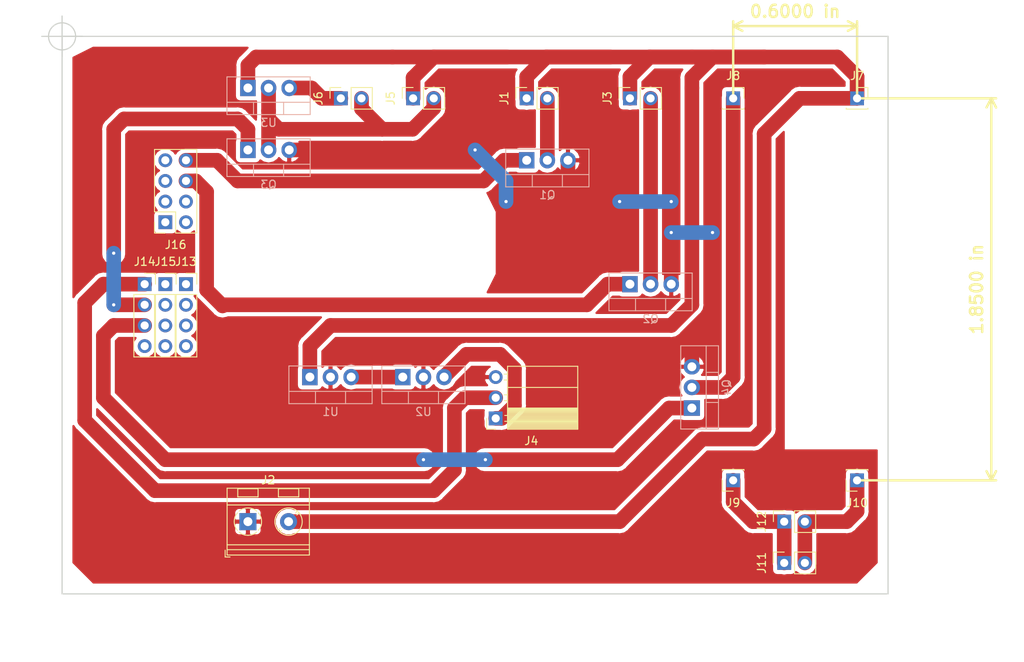
<source format=kicad_pcb>
(kicad_pcb (version 20171130) (host pcbnew 5.0.0-rc2-unknown-d4393b2~65~ubuntu16.04.1)

  (general
    (thickness 1.6)
    (drawings 14)
    (tracks 132)
    (zones 0)
    (modules 23)
    (nets 17)
  )

  (page A4)
  (layers
    (0 F.Cu signal)
    (31 B.Cu signal)
    (32 B.Adhes user)
    (33 F.Adhes user)
    (34 B.Paste user)
    (35 F.Paste user)
    (36 B.SilkS user)
    (37 F.SilkS user)
    (38 B.Mask user)
    (39 F.Mask user)
    (40 Dwgs.User user)
    (41 Cmts.User user)
    (42 Eco1.User user)
    (43 Eco2.User user)
    (44 Edge.Cuts user)
    (45 Margin user)
    (46 B.CrtYd user)
    (47 F.CrtYd user)
    (48 B.Fab user)
    (49 F.Fab user)
  )

  (setup
    (last_trace_width 1.8)
    (trace_clearance 0.2)
    (zone_clearance 0.508)
    (zone_45_only no)
    (trace_min 0.2)
    (segment_width 0.2)
    (edge_width 0.15)
    (via_size 0.8)
    (via_drill 0.4)
    (via_min_size 0.4)
    (via_min_drill 0.3)
    (uvia_size 0.3)
    (uvia_drill 0.1)
    (uvias_allowed no)
    (uvia_min_size 0.2)
    (uvia_min_drill 0.1)
    (pcb_text_width 0.3)
    (pcb_text_size 1.5 1.5)
    (mod_edge_width 0.15)
    (mod_text_size 1 1)
    (mod_text_width 0.15)
    (pad_size 1.524 1.524)
    (pad_drill 0.762)
    (pad_to_mask_clearance 0.2)
    (aux_axis_origin 66.04 50.8)
    (visible_elements FFFFFF7F)
    (pcbplotparams
      (layerselection 0x010fc_ffffffff)
      (usegerberextensions false)
      (usegerberattributes false)
      (usegerberadvancedattributes false)
      (creategerberjobfile false)
      (excludeedgelayer true)
      (linewidth 0.100000)
      (plotframeref false)
      (viasonmask false)
      (mode 1)
      (useauxorigin true)
      (hpglpennumber 1)
      (hpglpenspeed 20)
      (hpglpendiameter 15.000000)
      (psnegative false)
      (psa4output false)
      (plotreference true)
      (plotvalue true)
      (plotinvisibletext false)
      (padsonsilk false)
      (subtractmaskfromsilk false)
      (outputformat 1)
      (mirror false)
      (drillshape 0)
      (scaleselection 1)
      (outputdirectory gerber/))
  )

  (net 0 "")
  (net 1 "Net-(J1-Pad2)")
  (net 2 +24V)
  (net 3 GND)
  (net 4 "Net-(J3-Pad2)")
  (net 5 "Net-(J4-Pad1)")
  (net 6 WS2812Led)
  (net 7 "Net-(J5-Pad2)")
  (net 8 "Net-(J6-Pad1)")
  (net 9 "Net-(J8-Pad1)")
  (net 10 "Net-(J11-Pad1)")
  (net 11 "Net-(J10-Pad1)")
  (net 12 CaseFan)
  (net 13 CaseLEDs)
  (net 14 HotBedFan)
  (net 15 HotEndFan)
  (net 16 "Net-(U1-Pad3)")

  (net_class Default "This is the default net class."
    (clearance 0.2)
    (trace_width 1.8)
    (via_dia 0.8)
    (via_drill 0.4)
    (uvia_dia 0.3)
    (uvia_drill 0.1)
    (add_net +24V)
    (add_net CaseFan)
    (add_net CaseLEDs)
    (add_net GND)
    (add_net HotBedFan)
    (add_net HotEndFan)
    (add_net "Net-(J1-Pad2)")
    (add_net "Net-(J10-Pad1)")
    (add_net "Net-(J11-Pad1)")
    (add_net "Net-(J3-Pad2)")
    (add_net "Net-(J4-Pad1)")
    (add_net "Net-(J5-Pad2)")
    (add_net "Net-(J6-Pad1)")
    (add_net "Net-(J8-Pad1)")
    (add_net "Net-(U1-Pad3)")
    (add_net WS2812Led)
  )

  (module Package_TO_SOT_THT:TO-220-3_Vertical (layer B.Cu) (tedit 5AC8BA0D) (tstamp 5B1D3501)
    (at 135.89 81.28)
    (descr "TO-220-3, Vertical, RM 2.54mm, see https://www.vishay.com/docs/66542/to-220-1.pdf")
    (tags "TO-220-3 Vertical RM 2.54mm")
    (path /5B116128)
    (fp_text reference Q2 (at 2.54 4.27) (layer B.SilkS)
      (effects (font (size 1 1) (thickness 0.15)) (justify mirror))
    )
    (fp_text value IRF540N (at 2.54 -2.5) (layer B.Fab)
      (effects (font (size 1 1) (thickness 0.15)) (justify mirror))
    )
    (fp_line (start -2.46 3.15) (end -2.46 -1.25) (layer B.Fab) (width 0.1))
    (fp_line (start -2.46 -1.25) (end 7.54 -1.25) (layer B.Fab) (width 0.1))
    (fp_line (start 7.54 -1.25) (end 7.54 3.15) (layer B.Fab) (width 0.1))
    (fp_line (start 7.54 3.15) (end -2.46 3.15) (layer B.Fab) (width 0.1))
    (fp_line (start -2.46 1.88) (end 7.54 1.88) (layer B.Fab) (width 0.1))
    (fp_line (start 0.69 3.15) (end 0.69 1.88) (layer B.Fab) (width 0.1))
    (fp_line (start 4.39 3.15) (end 4.39 1.88) (layer B.Fab) (width 0.1))
    (fp_line (start -2.58 3.27) (end 7.66 3.27) (layer B.SilkS) (width 0.12))
    (fp_line (start -2.58 -1.371) (end 7.66 -1.371) (layer B.SilkS) (width 0.12))
    (fp_line (start -2.58 3.27) (end -2.58 -1.371) (layer B.SilkS) (width 0.12))
    (fp_line (start 7.66 3.27) (end 7.66 -1.371) (layer B.SilkS) (width 0.12))
    (fp_line (start -2.58 1.76) (end 7.66 1.76) (layer B.SilkS) (width 0.12))
    (fp_line (start 0.69 3.27) (end 0.69 1.76) (layer B.SilkS) (width 0.12))
    (fp_line (start 4.391 3.27) (end 4.391 1.76) (layer B.SilkS) (width 0.12))
    (fp_line (start -2.71 3.4) (end -2.71 -1.51) (layer B.CrtYd) (width 0.05))
    (fp_line (start -2.71 -1.51) (end 7.79 -1.51) (layer B.CrtYd) (width 0.05))
    (fp_line (start 7.79 -1.51) (end 7.79 3.4) (layer B.CrtYd) (width 0.05))
    (fp_line (start 7.79 3.4) (end -2.71 3.4) (layer B.CrtYd) (width 0.05))
    (fp_text user %R (at 2.54 4.27) (layer B.Fab)
      (effects (font (size 1 1) (thickness 0.15)) (justify mirror))
    )
    (pad 1 thru_hole rect (at 0 0) (size 1.905 2) (drill 1.1) (layers *.Cu *.Mask)
      (net 14 HotBedFan))
    (pad 2 thru_hole oval (at 2.54 0) (size 1.905 2) (drill 1.1) (layers *.Cu *.Mask)
      (net 4 "Net-(J3-Pad2)"))
    (pad 3 thru_hole oval (at 5.08 0) (size 1.905 2) (drill 1.1) (layers *.Cu *.Mask)
      (net 3 GND))
    (model ${KISYS3DMOD}/Package_TO_SOT_THT.3dshapes/TO-220-3_Vertical.wrl
      (at (xyz 0 0 0))
      (scale (xyz 1 1 1))
      (rotate (xyz 0 0 0))
    )
  )

  (module Connector_PinSocket_2.54mm:PinSocket_1x02_P2.54mm_Vertical (layer F.Cu) (tedit 5A19A420) (tstamp 5B1D3473)
    (at 123.19 58.42 90)
    (descr "Through hole straight socket strip, 1x02, 2.54mm pitch, single row (from Kicad 4.0.7), script generated")
    (tags "Through hole socket strip THT 1x02 2.54mm single row")
    (path /5B1157A1)
    (fp_text reference J1 (at 0 -2.77 90) (layer F.SilkS)
      (effects (font (size 1 1) (thickness 0.15)))
    )
    (fp_text value Conn_01x02 (at 0 5.31 90) (layer F.Fab)
      (effects (font (size 1 1) (thickness 0.15)))
    )
    (fp_text user %R (at 0 1.27 180) (layer F.Fab)
      (effects (font (size 1 1) (thickness 0.15)))
    )
    (fp_line (start -1.8 4.3) (end -1.8 -1.8) (layer F.CrtYd) (width 0.05))
    (fp_line (start 1.75 4.3) (end -1.8 4.3) (layer F.CrtYd) (width 0.05))
    (fp_line (start 1.75 -1.8) (end 1.75 4.3) (layer F.CrtYd) (width 0.05))
    (fp_line (start -1.8 -1.8) (end 1.75 -1.8) (layer F.CrtYd) (width 0.05))
    (fp_line (start 0 -1.33) (end 1.33 -1.33) (layer F.SilkS) (width 0.12))
    (fp_line (start 1.33 -1.33) (end 1.33 0) (layer F.SilkS) (width 0.12))
    (fp_line (start 1.33 1.27) (end 1.33 3.87) (layer F.SilkS) (width 0.12))
    (fp_line (start -1.33 3.87) (end 1.33 3.87) (layer F.SilkS) (width 0.12))
    (fp_line (start -1.33 1.27) (end -1.33 3.87) (layer F.SilkS) (width 0.12))
    (fp_line (start -1.33 1.27) (end 1.33 1.27) (layer F.SilkS) (width 0.12))
    (fp_line (start -1.27 3.81) (end -1.27 -1.27) (layer F.Fab) (width 0.1))
    (fp_line (start 1.27 3.81) (end -1.27 3.81) (layer F.Fab) (width 0.1))
    (fp_line (start 1.27 -0.635) (end 1.27 3.81) (layer F.Fab) (width 0.1))
    (fp_line (start 0.635 -1.27) (end 1.27 -0.635) (layer F.Fab) (width 0.1))
    (fp_line (start -1.27 -1.27) (end 0.635 -1.27) (layer F.Fab) (width 0.1))
    (pad 2 thru_hole oval (at 0 2.54 90) (size 1.7 1.7) (drill 1) (layers *.Cu *.Mask)
      (net 1 "Net-(J1-Pad2)"))
    (pad 1 thru_hole rect (at 0 0 90) (size 1.7 1.7) (drill 1) (layers *.Cu *.Mask)
      (net 2 +24V))
    (model ${KISYS3DMOD}/Connector_PinSocket_2.54mm.3dshapes/PinSocket_1x02_P2.54mm_Vertical.wrl
      (at (xyz 0 0 0))
      (scale (xyz 1 1 1))
      (rotate (xyz 0 0 0))
    )
  )

  (module TerminalBlock_RND:TerminalBlock_RND_205-00045_1x02_P5.00mm_Horizontal (layer F.Cu) (tedit 5A083361) (tstamp 5B1D36CD)
    (at 88.9 110.49)
    (descr "terminal block RND 205-00045, 2 pins, pitch 05mm, size 10.0x8.1mm^2, drill diamater 1.1mm, pad diameter 2.1mm, see http://cdn-reichelt.de/documents/datenblatt/C151/RND_205-00045_DB_EN.pdf, script-generated using https://github.com/pointhi/kicad-footprint-generator/scripts/TerminalBlock_RND")
    (tags "THT terminal block RND 205-00045 pitch 05mm size 10.0x8.1mm^2 drill 1.1mm pad 2.1mm")
    (path /5B1158A9)
    (fp_text reference J2 (at 2.5 -5.11) (layer F.SilkS)
      (effects (font (size 1 1) (thickness 0.15)))
    )
    (fp_text value Screw_Terminal_01x02 (at 2.5 5.11) (layer F.Fab)
      (effects (font (size 1 1) (thickness 0.15)))
    )
    (fp_arc (start 0 0) (end 0 1.68) (angle -40) (layer F.SilkS) (width 0.12))
    (fp_arc (start 0 0) (end 1.287 1.08) (angle -80) (layer F.SilkS) (width 0.12))
    (fp_arc (start 0 0) (end 1.08 -1.287) (angle -80) (layer F.SilkS) (width 0.12))
    (fp_arc (start 0 0) (end -1.287 -1.081) (angle -80) (layer F.SilkS) (width 0.12))
    (fp_arc (start 0 0) (end -1.081 1.287) (angle -41) (layer F.SilkS) (width 0.12))
    (fp_circle (center 0 0) (end 1.5 0) (layer F.Fab) (width 0.1))
    (fp_circle (center 5 0) (end 6.5 0) (layer F.Fab) (width 0.1))
    (fp_circle (center 5 0) (end 6.68 0) (layer F.SilkS) (width 0.12))
    (fp_line (start -2.5 -4.05) (end 7.5 -4.05) (layer F.Fab) (width 0.1))
    (fp_line (start 7.5 -4.05) (end 7.5 4.05) (layer F.Fab) (width 0.1))
    (fp_line (start 7.5 4.05) (end -1.9 4.05) (layer F.Fab) (width 0.1))
    (fp_line (start -1.9 4.05) (end -2.5 3.45) (layer F.Fab) (width 0.1))
    (fp_line (start -2.5 3.45) (end -2.5 -4.05) (layer F.Fab) (width 0.1))
    (fp_line (start -2.5 3.45) (end 7.5 3.45) (layer F.Fab) (width 0.1))
    (fp_line (start -2.56 3.45) (end 7.56 3.45) (layer F.SilkS) (width 0.12))
    (fp_line (start -2.5 2.85) (end 7.5 2.85) (layer F.Fab) (width 0.1))
    (fp_line (start -2.56 2.85) (end 7.56 2.85) (layer F.SilkS) (width 0.12))
    (fp_line (start -2.5 -2.05) (end 7.5 -2.05) (layer F.Fab) (width 0.1))
    (fp_line (start -2.56 -2.05) (end 7.56 -2.05) (layer F.SilkS) (width 0.12))
    (fp_line (start -2.56 -4.11) (end 7.56 -4.11) (layer F.SilkS) (width 0.12))
    (fp_line (start -2.56 4.11) (end 7.56 4.11) (layer F.SilkS) (width 0.12))
    (fp_line (start -2.56 -4.11) (end -2.56 4.11) (layer F.SilkS) (width 0.12))
    (fp_line (start 7.56 -4.11) (end 7.56 4.11) (layer F.SilkS) (width 0.12))
    (fp_line (start 1.138 -0.955) (end -0.955 1.138) (layer F.Fab) (width 0.1))
    (fp_line (start 0.955 -1.138) (end -1.138 0.955) (layer F.Fab) (width 0.1))
    (fp_line (start -1.25 -4.05) (end -1.25 -3.05) (layer F.Fab) (width 0.1))
    (fp_line (start -1.25 -3.05) (end 1.25 -3.05) (layer F.Fab) (width 0.1))
    (fp_line (start 1.25 -3.05) (end 1.25 -4.05) (layer F.Fab) (width 0.1))
    (fp_line (start 1.25 -4.05) (end -1.25 -4.05) (layer F.Fab) (width 0.1))
    (fp_line (start -1.25 -4.05) (end 1.25 -4.05) (layer F.SilkS) (width 0.12))
    (fp_line (start -1.25 -3.05) (end 1.25 -3.05) (layer F.SilkS) (width 0.12))
    (fp_line (start -1.25 -4.05) (end -1.25 -3.05) (layer F.SilkS) (width 0.12))
    (fp_line (start 1.25 -4.05) (end 1.25 -3.05) (layer F.SilkS) (width 0.12))
    (fp_line (start 6.138 -0.955) (end 4.046 1.138) (layer F.Fab) (width 0.1))
    (fp_line (start 5.955 -1.138) (end 3.863 0.955) (layer F.Fab) (width 0.1))
    (fp_line (start 6.275 -1.069) (end 6.029 -0.823) (layer F.SilkS) (width 0.12))
    (fp_line (start 4.13 1.075) (end 3.931 1.274) (layer F.SilkS) (width 0.12))
    (fp_line (start 6.07 -1.275) (end 5.859 -1.064) (layer F.SilkS) (width 0.12))
    (fp_line (start 3.972 0.823) (end 3.726 1.069) (layer F.SilkS) (width 0.12))
    (fp_line (start 3.75 -4.05) (end 3.75 -3.05) (layer F.Fab) (width 0.1))
    (fp_line (start 3.75 -3.05) (end 6.25 -3.05) (layer F.Fab) (width 0.1))
    (fp_line (start 6.25 -3.05) (end 6.25 -4.05) (layer F.Fab) (width 0.1))
    (fp_line (start 6.25 -4.05) (end 3.75 -4.05) (layer F.Fab) (width 0.1))
    (fp_line (start 3.75 -4.05) (end 6.25 -4.05) (layer F.SilkS) (width 0.12))
    (fp_line (start 3.75 -3.05) (end 6.25 -3.05) (layer F.SilkS) (width 0.12))
    (fp_line (start 3.75 -4.05) (end 3.75 -3.05) (layer F.SilkS) (width 0.12))
    (fp_line (start 6.25 -4.05) (end 6.25 -3.05) (layer F.SilkS) (width 0.12))
    (fp_line (start -2.8 3.51) (end -2.8 4.35) (layer F.SilkS) (width 0.12))
    (fp_line (start -2.8 4.35) (end -2.2 4.35) (layer F.SilkS) (width 0.12))
    (fp_line (start -3 -4.55) (end -3 4.55) (layer F.CrtYd) (width 0.05))
    (fp_line (start -3 4.55) (end 8 4.55) (layer F.CrtYd) (width 0.05))
    (fp_line (start 8 4.55) (end 8 -4.55) (layer F.CrtYd) (width 0.05))
    (fp_line (start 8 -4.55) (end -3 -4.55) (layer F.CrtYd) (width 0.05))
    (fp_text user %R (at 2.5 -5.11) (layer F.Fab)
      (effects (font (size 1 1) (thickness 0.15)))
    )
    (pad 1 thru_hole rect (at 0 0) (size 2.1 2.1) (drill 1.1) (layers *.Cu *.Mask)
      (net 3 GND))
    (pad 2 thru_hole circle (at 5 0) (size 2.1 2.1) (drill 1.1) (layers *.Cu *.Mask)
      (net 2 +24V))
    (model ${KISYS3DMOD}/TerminalBlock_RND.3dshapes/TerminalBlock_RND_205-00045_1x02_P5.00mm_Horizontal.wrl
      (at (xyz 0 0 0))
      (scale (xyz 1 1 1))
      (rotate (xyz 0 0 0))
    )
  )

  (module Connector_PinSocket_2.54mm:PinSocket_1x02_P2.54mm_Vertical (layer F.Cu) (tedit 5A19A420) (tstamp 5B1D3FA2)
    (at 135.89 58.42 90)
    (descr "Through hole straight socket strip, 1x02, 2.54mm pitch, single row (from Kicad 4.0.7), script generated")
    (tags "Through hole socket strip THT 1x02 2.54mm single row")
    (path /5B116135)
    (fp_text reference J3 (at 0 -2.77 90) (layer F.SilkS)
      (effects (font (size 1 1) (thickness 0.15)))
    )
    (fp_text value Conn_01x02 (at 0 5.31 90) (layer F.Fab)
      (effects (font (size 1 1) (thickness 0.15)))
    )
    (fp_line (start -1.27 -1.27) (end 0.635 -1.27) (layer F.Fab) (width 0.1))
    (fp_line (start 0.635 -1.27) (end 1.27 -0.635) (layer F.Fab) (width 0.1))
    (fp_line (start 1.27 -0.635) (end 1.27 3.81) (layer F.Fab) (width 0.1))
    (fp_line (start 1.27 3.81) (end -1.27 3.81) (layer F.Fab) (width 0.1))
    (fp_line (start -1.27 3.81) (end -1.27 -1.27) (layer F.Fab) (width 0.1))
    (fp_line (start -1.33 1.27) (end 1.33 1.27) (layer F.SilkS) (width 0.12))
    (fp_line (start -1.33 1.27) (end -1.33 3.87) (layer F.SilkS) (width 0.12))
    (fp_line (start -1.33 3.87) (end 1.33 3.87) (layer F.SilkS) (width 0.12))
    (fp_line (start 1.33 1.27) (end 1.33 3.87) (layer F.SilkS) (width 0.12))
    (fp_line (start 1.33 -1.33) (end 1.33 0) (layer F.SilkS) (width 0.12))
    (fp_line (start 0 -1.33) (end 1.33 -1.33) (layer F.SilkS) (width 0.12))
    (fp_line (start -1.8 -1.8) (end 1.75 -1.8) (layer F.CrtYd) (width 0.05))
    (fp_line (start 1.75 -1.8) (end 1.75 4.3) (layer F.CrtYd) (width 0.05))
    (fp_line (start 1.75 4.3) (end -1.8 4.3) (layer F.CrtYd) (width 0.05))
    (fp_line (start -1.8 4.3) (end -1.8 -1.8) (layer F.CrtYd) (width 0.05))
    (fp_text user %R (at 0 1.27 180) (layer F.Fab)
      (effects (font (size 1 1) (thickness 0.15)))
    )
    (pad 1 thru_hole rect (at 0 0 90) (size 1.7 1.7) (drill 1) (layers *.Cu *.Mask)
      (net 2 +24V))
    (pad 2 thru_hole oval (at 0 2.54 90) (size 1.7 1.7) (drill 1) (layers *.Cu *.Mask)
      (net 4 "Net-(J3-Pad2)"))
    (model ${KISYS3DMOD}/Connector_PinSocket_2.54mm.3dshapes/PinSocket_1x02_P2.54mm_Vertical.wrl
      (at (xyz 0 0 0))
      (scale (xyz 1 1 1))
      (rotate (xyz 0 0 0))
    )
  )

  (module Connector_PinSocket_2.54mm:PinSocket_1x03_P2.54mm_Horizontal (layer F.Cu) (tedit 5A19A429) (tstamp 5B1D3899)
    (at 119.38 97.79 180)
    (descr "Through hole angled socket strip, 1x03, 2.54mm pitch, 8.51mm socket length, single row (from Kicad 4.0.7), script generated")
    (tags "Through hole angled socket strip THT 1x03 2.54mm single row")
    (path /5B118459)
    (fp_text reference J4 (at -4.38 -2.77 180) (layer F.SilkS)
      (effects (font (size 1 1) (thickness 0.15)))
    )
    (fp_text value Conn_01x03 (at -4.38 7.85 180) (layer F.Fab)
      (effects (font (size 1 1) (thickness 0.15)))
    )
    (fp_line (start -10.03 -1.27) (end -2.49 -1.27) (layer F.Fab) (width 0.1))
    (fp_line (start -2.49 -1.27) (end -1.52 -0.3) (layer F.Fab) (width 0.1))
    (fp_line (start -1.52 -0.3) (end -1.52 6.35) (layer F.Fab) (width 0.1))
    (fp_line (start -1.52 6.35) (end -10.03 6.35) (layer F.Fab) (width 0.1))
    (fp_line (start -10.03 6.35) (end -10.03 -1.27) (layer F.Fab) (width 0.1))
    (fp_line (start 0 -0.3) (end -1.52 -0.3) (layer F.Fab) (width 0.1))
    (fp_line (start -1.52 0.3) (end 0 0.3) (layer F.Fab) (width 0.1))
    (fp_line (start 0 0.3) (end 0 -0.3) (layer F.Fab) (width 0.1))
    (fp_line (start 0 2.24) (end -1.52 2.24) (layer F.Fab) (width 0.1))
    (fp_line (start -1.52 2.84) (end 0 2.84) (layer F.Fab) (width 0.1))
    (fp_line (start 0 2.84) (end 0 2.24) (layer F.Fab) (width 0.1))
    (fp_line (start 0 4.78) (end -1.52 4.78) (layer F.Fab) (width 0.1))
    (fp_line (start -1.52 5.38) (end 0 5.38) (layer F.Fab) (width 0.1))
    (fp_line (start 0 5.38) (end 0 4.78) (layer F.Fab) (width 0.1))
    (fp_line (start -10.09 -1.21) (end -1.46 -1.21) (layer F.SilkS) (width 0.12))
    (fp_line (start -10.09 -1.091905) (end -1.46 -1.091905) (layer F.SilkS) (width 0.12))
    (fp_line (start -10.09 -0.97381) (end -1.46 -0.97381) (layer F.SilkS) (width 0.12))
    (fp_line (start -10.09 -0.855715) (end -1.46 -0.855715) (layer F.SilkS) (width 0.12))
    (fp_line (start -10.09 -0.73762) (end -1.46 -0.73762) (layer F.SilkS) (width 0.12))
    (fp_line (start -10.09 -0.619525) (end -1.46 -0.619525) (layer F.SilkS) (width 0.12))
    (fp_line (start -10.09 -0.50143) (end -1.46 -0.50143) (layer F.SilkS) (width 0.12))
    (fp_line (start -10.09 -0.383335) (end -1.46 -0.383335) (layer F.SilkS) (width 0.12))
    (fp_line (start -10.09 -0.26524) (end -1.46 -0.26524) (layer F.SilkS) (width 0.12))
    (fp_line (start -10.09 -0.147145) (end -1.46 -0.147145) (layer F.SilkS) (width 0.12))
    (fp_line (start -10.09 -0.02905) (end -1.46 -0.02905) (layer F.SilkS) (width 0.12))
    (fp_line (start -10.09 0.089045) (end -1.46 0.089045) (layer F.SilkS) (width 0.12))
    (fp_line (start -10.09 0.20714) (end -1.46 0.20714) (layer F.SilkS) (width 0.12))
    (fp_line (start -10.09 0.325235) (end -1.46 0.325235) (layer F.SilkS) (width 0.12))
    (fp_line (start -10.09 0.44333) (end -1.46 0.44333) (layer F.SilkS) (width 0.12))
    (fp_line (start -10.09 0.561425) (end -1.46 0.561425) (layer F.SilkS) (width 0.12))
    (fp_line (start -10.09 0.67952) (end -1.46 0.67952) (layer F.SilkS) (width 0.12))
    (fp_line (start -10.09 0.797615) (end -1.46 0.797615) (layer F.SilkS) (width 0.12))
    (fp_line (start -10.09 0.91571) (end -1.46 0.91571) (layer F.SilkS) (width 0.12))
    (fp_line (start -10.09 1.033805) (end -1.46 1.033805) (layer F.SilkS) (width 0.12))
    (fp_line (start -10.09 1.1519) (end -1.46 1.1519) (layer F.SilkS) (width 0.12))
    (fp_line (start -1.46 -0.36) (end -1.11 -0.36) (layer F.SilkS) (width 0.12))
    (fp_line (start -1.46 0.36) (end -1.11 0.36) (layer F.SilkS) (width 0.12))
    (fp_line (start -1.46 2.18) (end -1.05 2.18) (layer F.SilkS) (width 0.12))
    (fp_line (start -1.46 2.9) (end -1.05 2.9) (layer F.SilkS) (width 0.12))
    (fp_line (start -1.46 4.72) (end -1.05 4.72) (layer F.SilkS) (width 0.12))
    (fp_line (start -1.46 5.44) (end -1.05 5.44) (layer F.SilkS) (width 0.12))
    (fp_line (start -10.09 1.27) (end -1.46 1.27) (layer F.SilkS) (width 0.12))
    (fp_line (start -10.09 3.81) (end -1.46 3.81) (layer F.SilkS) (width 0.12))
    (fp_line (start -10.09 -1.33) (end -1.46 -1.33) (layer F.SilkS) (width 0.12))
    (fp_line (start -1.46 -1.33) (end -1.46 6.41) (layer F.SilkS) (width 0.12))
    (fp_line (start -10.09 6.41) (end -1.46 6.41) (layer F.SilkS) (width 0.12))
    (fp_line (start -10.09 -1.33) (end -10.09 6.41) (layer F.SilkS) (width 0.12))
    (fp_line (start 1.11 -1.33) (end 1.11 0) (layer F.SilkS) (width 0.12))
    (fp_line (start 0 -1.33) (end 1.11 -1.33) (layer F.SilkS) (width 0.12))
    (fp_line (start 1.75 -1.8) (end -10.55 -1.8) (layer F.CrtYd) (width 0.05))
    (fp_line (start -10.55 -1.8) (end -10.55 6.85) (layer F.CrtYd) (width 0.05))
    (fp_line (start -10.55 6.85) (end 1.75 6.85) (layer F.CrtYd) (width 0.05))
    (fp_line (start 1.75 6.85) (end 1.75 -1.8) (layer F.CrtYd) (width 0.05))
    (fp_text user %R (at -5.775 2.54 180) (layer F.Fab)
      (effects (font (size 1 1) (thickness 0.15)))
    )
    (pad 1 thru_hole rect (at 0 0 180) (size 1.7 1.7) (drill 1) (layers *.Cu *.Mask)
      (net 5 "Net-(J4-Pad1)"))
    (pad 2 thru_hole oval (at 0 2.54 180) (size 1.7 1.7) (drill 1) (layers *.Cu *.Mask)
      (net 6 WS2812Led))
    (pad 3 thru_hole oval (at 0 5.08 180) (size 1.7 1.7) (drill 1) (layers *.Cu *.Mask)
      (net 3 GND))
    (model ${KISYS3DMOD}/Connector_PinSocket_2.54mm.3dshapes/PinSocket_1x03_P2.54mm_Horizontal.wrl
      (at (xyz 0 0 0))
      (scale (xyz 1 1 1))
      (rotate (xyz 0 0 0))
    )
  )

  (module Connector_PinSocket_2.54mm:PinSocket_1x02_P2.54mm_Vertical (layer F.Cu) (tedit 5A19A420) (tstamp 5B1D3926)
    (at 109.22 58.42 90)
    (descr "Through hole straight socket strip, 1x02, 2.54mm pitch, single row (from Kicad 4.0.7), script generated")
    (tags "Through hole socket strip THT 1x02 2.54mm single row")
    (path /5B116560)
    (fp_text reference J5 (at 0 -2.77 90) (layer F.SilkS)
      (effects (font (size 1 1) (thickness 0.15)))
    )
    (fp_text value Conn_01x02 (at 0 5.31 90) (layer F.Fab)
      (effects (font (size 1 1) (thickness 0.15)))
    )
    (fp_text user %R (at 0 1.27 180) (layer F.Fab)
      (effects (font (size 1 1) (thickness 0.15)))
    )
    (fp_line (start -1.8 4.3) (end -1.8 -1.8) (layer F.CrtYd) (width 0.05))
    (fp_line (start 1.75 4.3) (end -1.8 4.3) (layer F.CrtYd) (width 0.05))
    (fp_line (start 1.75 -1.8) (end 1.75 4.3) (layer F.CrtYd) (width 0.05))
    (fp_line (start -1.8 -1.8) (end 1.75 -1.8) (layer F.CrtYd) (width 0.05))
    (fp_line (start 0 -1.33) (end 1.33 -1.33) (layer F.SilkS) (width 0.12))
    (fp_line (start 1.33 -1.33) (end 1.33 0) (layer F.SilkS) (width 0.12))
    (fp_line (start 1.33 1.27) (end 1.33 3.87) (layer F.SilkS) (width 0.12))
    (fp_line (start -1.33 3.87) (end 1.33 3.87) (layer F.SilkS) (width 0.12))
    (fp_line (start -1.33 1.27) (end -1.33 3.87) (layer F.SilkS) (width 0.12))
    (fp_line (start -1.33 1.27) (end 1.33 1.27) (layer F.SilkS) (width 0.12))
    (fp_line (start -1.27 3.81) (end -1.27 -1.27) (layer F.Fab) (width 0.1))
    (fp_line (start 1.27 3.81) (end -1.27 3.81) (layer F.Fab) (width 0.1))
    (fp_line (start 1.27 -0.635) (end 1.27 3.81) (layer F.Fab) (width 0.1))
    (fp_line (start 0.635 -1.27) (end 1.27 -0.635) (layer F.Fab) (width 0.1))
    (fp_line (start -1.27 -1.27) (end 0.635 -1.27) (layer F.Fab) (width 0.1))
    (pad 2 thru_hole oval (at 0 2.54 90) (size 1.7 1.7) (drill 1) (layers *.Cu *.Mask)
      (net 7 "Net-(J5-Pad2)"))
    (pad 1 thru_hole rect (at 0 0 90) (size 1.7 1.7) (drill 1) (layers *.Cu *.Mask)
      (net 2 +24V))
    (model ${KISYS3DMOD}/Connector_PinSocket_2.54mm.3dshapes/PinSocket_1x02_P2.54mm_Vertical.wrl
      (at (xyz 0 0 0))
      (scale (xyz 1 1 1))
      (rotate (xyz 0 0 0))
    )
  )

  (module Connector_PinSocket_2.54mm:PinSocket_1x02_P2.54mm_Vertical (layer F.Cu) (tedit 5A19A420) (tstamp 5B1D5E1D)
    (at 100.33 58.42 90)
    (descr "Through hole straight socket strip, 1x02, 2.54mm pitch, single row (from Kicad 4.0.7), script generated")
    (tags "Through hole socket strip THT 1x02 2.54mm single row")
    (path /5B1165F9)
    (fp_text reference J6 (at 0 -2.77 90) (layer F.SilkS)
      (effects (font (size 1 1) (thickness 0.15)))
    )
    (fp_text value Conn_01x02 (at 0 5.31 90) (layer F.Fab)
      (effects (font (size 1 1) (thickness 0.15)))
    )
    (fp_line (start -1.27 -1.27) (end 0.635 -1.27) (layer F.Fab) (width 0.1))
    (fp_line (start 0.635 -1.27) (end 1.27 -0.635) (layer F.Fab) (width 0.1))
    (fp_line (start 1.27 -0.635) (end 1.27 3.81) (layer F.Fab) (width 0.1))
    (fp_line (start 1.27 3.81) (end -1.27 3.81) (layer F.Fab) (width 0.1))
    (fp_line (start -1.27 3.81) (end -1.27 -1.27) (layer F.Fab) (width 0.1))
    (fp_line (start -1.33 1.27) (end 1.33 1.27) (layer F.SilkS) (width 0.12))
    (fp_line (start -1.33 1.27) (end -1.33 3.87) (layer F.SilkS) (width 0.12))
    (fp_line (start -1.33 3.87) (end 1.33 3.87) (layer F.SilkS) (width 0.12))
    (fp_line (start 1.33 1.27) (end 1.33 3.87) (layer F.SilkS) (width 0.12))
    (fp_line (start 1.33 -1.33) (end 1.33 0) (layer F.SilkS) (width 0.12))
    (fp_line (start 0 -1.33) (end 1.33 -1.33) (layer F.SilkS) (width 0.12))
    (fp_line (start -1.8 -1.8) (end 1.75 -1.8) (layer F.CrtYd) (width 0.05))
    (fp_line (start 1.75 -1.8) (end 1.75 4.3) (layer F.CrtYd) (width 0.05))
    (fp_line (start 1.75 4.3) (end -1.8 4.3) (layer F.CrtYd) (width 0.05))
    (fp_line (start -1.8 4.3) (end -1.8 -1.8) (layer F.CrtYd) (width 0.05))
    (fp_text user %R (at 0.467381 1.5225 180) (layer F.Fab)
      (effects (font (size 1 1) (thickness 0.15)))
    )
    (pad 1 thru_hole rect (at 0 0 90) (size 1.7 1.7) (drill 1) (layers *.Cu *.Mask)
      (net 8 "Net-(J6-Pad1)"))
    (pad 2 thru_hole oval (at 0 2.54 90) (size 1.7 1.7) (drill 1) (layers *.Cu *.Mask)
      (net 7 "Net-(J5-Pad2)"))
    (model ${KISYS3DMOD}/Connector_PinSocket_2.54mm.3dshapes/PinSocket_1x02_P2.54mm_Vertical.wrl
      (at (xyz 0 0 0))
      (scale (xyz 1 1 1))
      (rotate (xyz 0 0 0))
    )
  )

  (module Connector_PinSocket_2.54mm:PinSocket_1x01_P2.54mm_Vertical (layer F.Cu) (tedit 5A19A434) (tstamp 5B1D399C)
    (at 163.83 58.42)
    (descr "Through hole straight socket strip, 1x01, 2.54mm pitch, single row (from Kicad 4.0.7), script generated")
    (tags "Through hole socket strip THT 1x01 2.54mm single row")
    (path /5B117C9B)
    (fp_text reference J7 (at 0 -2.77) (layer F.SilkS)
      (effects (font (size 1 1) (thickness 0.15)))
    )
    (fp_text value Conn_01x01 (at 0 2.77) (layer F.Fab)
      (effects (font (size 1 1) (thickness 0.15)))
    )
    (fp_text user %R (at 0 0) (layer F.Fab)
      (effects (font (size 1 1) (thickness 0.15)))
    )
    (fp_line (start -1.8 1.75) (end -1.8 -1.8) (layer F.CrtYd) (width 0.05))
    (fp_line (start 1.75 1.75) (end -1.8 1.75) (layer F.CrtYd) (width 0.05))
    (fp_line (start 1.75 -1.8) (end 1.75 1.75) (layer F.CrtYd) (width 0.05))
    (fp_line (start -1.8 -1.8) (end 1.75 -1.8) (layer F.CrtYd) (width 0.05))
    (fp_line (start 0 -1.33) (end 1.33 -1.33) (layer F.SilkS) (width 0.12))
    (fp_line (start 1.33 -1.33) (end 1.33 0) (layer F.SilkS) (width 0.12))
    (fp_line (start 1.33 1.21) (end 1.33 1.33) (layer F.SilkS) (width 0.12))
    (fp_line (start -1.33 1.21) (end -1.33 1.33) (layer F.SilkS) (width 0.12))
    (fp_line (start -1.33 1.33) (end 1.33 1.33) (layer F.SilkS) (width 0.12))
    (fp_line (start -1.27 1.27) (end -1.27 -1.27) (layer F.Fab) (width 0.1))
    (fp_line (start 1.27 1.27) (end -1.27 1.27) (layer F.Fab) (width 0.1))
    (fp_line (start 1.27 -0.635) (end 1.27 1.27) (layer F.Fab) (width 0.1))
    (fp_line (start 0.635 -1.27) (end 1.27 -0.635) (layer F.Fab) (width 0.1))
    (fp_line (start -1.27 -1.27) (end 0.635 -1.27) (layer F.Fab) (width 0.1))
    (pad 1 thru_hole rect (at 0 0) (size 1.7 1.7) (drill 1) (layers *.Cu *.Mask)
      (net 2 +24V))
    (model ${KISYS3DMOD}/Connector_PinSocket_2.54mm.3dshapes/PinSocket_1x01_P2.54mm_Vertical.wrl
      (at (xyz 0 0 0))
      (scale (xyz 1 1 1))
      (rotate (xyz 0 0 0))
    )
  )

  (module Connector_PinSocket_2.54mm:PinSocket_1x01_P2.54mm_Vertical (layer F.Cu) (tedit 5A19A434) (tstamp 5B1D3963)
    (at 148.59 58.42)
    (descr "Through hole straight socket strip, 1x01, 2.54mm pitch, single row (from Kicad 4.0.7), script generated")
    (tags "Through hole socket strip THT 1x01 2.54mm single row")
    (path /5B117C00)
    (fp_text reference J8 (at 0 -2.77) (layer F.SilkS)
      (effects (font (size 1 1) (thickness 0.15)))
    )
    (fp_text value Conn_01x01 (at 0 2.77) (layer F.Fab)
      (effects (font (size 1 1) (thickness 0.15)))
    )
    (fp_line (start -1.27 -1.27) (end 0.635 -1.27) (layer F.Fab) (width 0.1))
    (fp_line (start 0.635 -1.27) (end 1.27 -0.635) (layer F.Fab) (width 0.1))
    (fp_line (start 1.27 -0.635) (end 1.27 1.27) (layer F.Fab) (width 0.1))
    (fp_line (start 1.27 1.27) (end -1.27 1.27) (layer F.Fab) (width 0.1))
    (fp_line (start -1.27 1.27) (end -1.27 -1.27) (layer F.Fab) (width 0.1))
    (fp_line (start -1.33 1.33) (end 1.33 1.33) (layer F.SilkS) (width 0.12))
    (fp_line (start -1.33 1.21) (end -1.33 1.33) (layer F.SilkS) (width 0.12))
    (fp_line (start 1.33 1.21) (end 1.33 1.33) (layer F.SilkS) (width 0.12))
    (fp_line (start 1.33 -1.33) (end 1.33 0) (layer F.SilkS) (width 0.12))
    (fp_line (start 0 -1.33) (end 1.33 -1.33) (layer F.SilkS) (width 0.12))
    (fp_line (start -1.8 -1.8) (end 1.75 -1.8) (layer F.CrtYd) (width 0.05))
    (fp_line (start 1.75 -1.8) (end 1.75 1.75) (layer F.CrtYd) (width 0.05))
    (fp_line (start 1.75 1.75) (end -1.8 1.75) (layer F.CrtYd) (width 0.05))
    (fp_line (start -1.8 1.75) (end -1.8 -1.8) (layer F.CrtYd) (width 0.05))
    (fp_text user %R (at 0 0) (layer F.Fab)
      (effects (font (size 1 1) (thickness 0.15)))
    )
    (pad 1 thru_hole rect (at 0 0) (size 1.7 1.7) (drill 1) (layers *.Cu *.Mask)
      (net 9 "Net-(J8-Pad1)"))
    (model ${KISYS3DMOD}/Connector_PinSocket_2.54mm.3dshapes/PinSocket_1x01_P2.54mm_Vertical.wrl
      (at (xyz 0 0 0))
      (scale (xyz 1 1 1))
      (rotate (xyz 0 0 0))
    )
  )

  (module Connector_PinSocket_2.54mm:PinSocket_1x01_P2.54mm_Vertical (layer F.Cu) (tedit 5A19A434) (tstamp 5B1D39D5)
    (at 148.59 105.41 180)
    (descr "Through hole straight socket strip, 1x01, 2.54mm pitch, single row (from Kicad 4.0.7), script generated")
    (tags "Through hole socket strip THT 1x01 2.54mm single row")
    (path /5B1171E9)
    (fp_text reference J9 (at 0 -2.77 180) (layer F.SilkS)
      (effects (font (size 1 1) (thickness 0.15)))
    )
    (fp_text value Conn_01x01 (at 0 2.77 180) (layer F.Fab)
      (effects (font (size 1 1) (thickness 0.15)))
    )
    (fp_text user %R (at 0 0 180) (layer F.Fab)
      (effects (font (size 1 1) (thickness 0.15)))
    )
    (fp_line (start -1.8 1.75) (end -1.8 -1.8) (layer F.CrtYd) (width 0.05))
    (fp_line (start 1.75 1.75) (end -1.8 1.75) (layer F.CrtYd) (width 0.05))
    (fp_line (start 1.75 -1.8) (end 1.75 1.75) (layer F.CrtYd) (width 0.05))
    (fp_line (start -1.8 -1.8) (end 1.75 -1.8) (layer F.CrtYd) (width 0.05))
    (fp_line (start 0 -1.33) (end 1.33 -1.33) (layer F.SilkS) (width 0.12))
    (fp_line (start 1.33 -1.33) (end 1.33 0) (layer F.SilkS) (width 0.12))
    (fp_line (start 1.33 1.21) (end 1.33 1.33) (layer F.SilkS) (width 0.12))
    (fp_line (start -1.33 1.21) (end -1.33 1.33) (layer F.SilkS) (width 0.12))
    (fp_line (start -1.33 1.33) (end 1.33 1.33) (layer F.SilkS) (width 0.12))
    (fp_line (start -1.27 1.27) (end -1.27 -1.27) (layer F.Fab) (width 0.1))
    (fp_line (start 1.27 1.27) (end -1.27 1.27) (layer F.Fab) (width 0.1))
    (fp_line (start 1.27 -0.635) (end 1.27 1.27) (layer F.Fab) (width 0.1))
    (fp_line (start 0.635 -1.27) (end 1.27 -0.635) (layer F.Fab) (width 0.1))
    (fp_line (start -1.27 -1.27) (end 0.635 -1.27) (layer F.Fab) (width 0.1))
    (pad 1 thru_hole rect (at 0 0 180) (size 1.7 1.7) (drill 1) (layers *.Cu *.Mask)
      (net 10 "Net-(J11-Pad1)"))
    (model ${KISYS3DMOD}/Connector_PinSocket_2.54mm.3dshapes/PinSocket_1x01_P2.54mm_Vertical.wrl
      (at (xyz 0 0 0))
      (scale (xyz 1 1 1))
      (rotate (xyz 0 0 0))
    )
  )

  (module Connector_PinSocket_2.54mm:PinSocket_1x01_P2.54mm_Vertical (layer F.Cu) (tedit 5A19A434) (tstamp 5B1D3591)
    (at 163.83 105.41 180)
    (descr "Through hole straight socket strip, 1x01, 2.54mm pitch, single row (from Kicad 4.0.7), script generated")
    (tags "Through hole socket strip THT 1x01 2.54mm single row")
    (path /5B1172ED)
    (fp_text reference J10 (at 0 -2.77 180) (layer F.SilkS)
      (effects (font (size 1 1) (thickness 0.15)))
    )
    (fp_text value Conn_01x01 (at 0 2.77 180) (layer F.Fab)
      (effects (font (size 1 1) (thickness 0.15)))
    )
    (fp_line (start -1.27 -1.27) (end 0.635 -1.27) (layer F.Fab) (width 0.1))
    (fp_line (start 0.635 -1.27) (end 1.27 -0.635) (layer F.Fab) (width 0.1))
    (fp_line (start 1.27 -0.635) (end 1.27 1.27) (layer F.Fab) (width 0.1))
    (fp_line (start 1.27 1.27) (end -1.27 1.27) (layer F.Fab) (width 0.1))
    (fp_line (start -1.27 1.27) (end -1.27 -1.27) (layer F.Fab) (width 0.1))
    (fp_line (start -1.33 1.33) (end 1.33 1.33) (layer F.SilkS) (width 0.12))
    (fp_line (start -1.33 1.21) (end -1.33 1.33) (layer F.SilkS) (width 0.12))
    (fp_line (start 1.33 1.21) (end 1.33 1.33) (layer F.SilkS) (width 0.12))
    (fp_line (start 1.33 -1.33) (end 1.33 0) (layer F.SilkS) (width 0.12))
    (fp_line (start 0 -1.33) (end 1.33 -1.33) (layer F.SilkS) (width 0.12))
    (fp_line (start -1.8 -1.8) (end 1.75 -1.8) (layer F.CrtYd) (width 0.05))
    (fp_line (start 1.75 -1.8) (end 1.75 1.75) (layer F.CrtYd) (width 0.05))
    (fp_line (start 1.75 1.75) (end -1.8 1.75) (layer F.CrtYd) (width 0.05))
    (fp_line (start -1.8 1.75) (end -1.8 -1.8) (layer F.CrtYd) (width 0.05))
    (fp_text user %R (at 0 0 180) (layer F.Fab)
      (effects (font (size 1 1) (thickness 0.15)))
    )
    (pad 1 thru_hole rect (at 0 0 180) (size 1.7 1.7) (drill 1) (layers *.Cu *.Mask)
      (net 11 "Net-(J10-Pad1)"))
    (model ${KISYS3DMOD}/Connector_PinSocket_2.54mm.3dshapes/PinSocket_1x01_P2.54mm_Vertical.wrl
      (at (xyz 0 0 0))
      (scale (xyz 1 1 1))
      (rotate (xyz 0 0 0))
    )
  )

  (module Connector_PinSocket_2.54mm:PinSocket_1x02_P2.54mm_Vertical (layer F.Cu) (tedit 5A19A420) (tstamp 5B1D331A)
    (at 154.867828 115.57 90)
    (descr "Through hole straight socket strip, 1x02, 2.54mm pitch, single row (from Kicad 4.0.7), script generated")
    (tags "Through hole socket strip THT 1x02 2.54mm single row")
    (path /5B116FDB)
    (fp_text reference J11 (at 0 -2.77 90) (layer F.SilkS)
      (effects (font (size 1 1) (thickness 0.15)))
    )
    (fp_text value Conn_01x02 (at 0 5.31 90) (layer F.Fab)
      (effects (font (size 1 1) (thickness 0.15)))
    )
    (fp_text user %R (at 0 1.27) (layer F.Fab)
      (effects (font (size 1 1) (thickness 0.15)))
    )
    (fp_line (start -1.8 4.3) (end -1.8 -1.8) (layer F.CrtYd) (width 0.05))
    (fp_line (start 1.75 4.3) (end -1.8 4.3) (layer F.CrtYd) (width 0.05))
    (fp_line (start 1.75 -1.8) (end 1.75 4.3) (layer F.CrtYd) (width 0.05))
    (fp_line (start -1.8 -1.8) (end 1.75 -1.8) (layer F.CrtYd) (width 0.05))
    (fp_line (start 0 -1.33) (end 1.33 -1.33) (layer F.SilkS) (width 0.12))
    (fp_line (start 1.33 -1.33) (end 1.33 0) (layer F.SilkS) (width 0.12))
    (fp_line (start 1.33 1.27) (end 1.33 3.87) (layer F.SilkS) (width 0.12))
    (fp_line (start -1.33 3.87) (end 1.33 3.87) (layer F.SilkS) (width 0.12))
    (fp_line (start -1.33 1.27) (end -1.33 3.87) (layer F.SilkS) (width 0.12))
    (fp_line (start -1.33 1.27) (end 1.33 1.27) (layer F.SilkS) (width 0.12))
    (fp_line (start -1.27 3.81) (end -1.27 -1.27) (layer F.Fab) (width 0.1))
    (fp_line (start 1.27 3.81) (end -1.27 3.81) (layer F.Fab) (width 0.1))
    (fp_line (start 1.27 -0.635) (end 1.27 3.81) (layer F.Fab) (width 0.1))
    (fp_line (start 0.635 -1.27) (end 1.27 -0.635) (layer F.Fab) (width 0.1))
    (fp_line (start -1.27 -1.27) (end 0.635 -1.27) (layer F.Fab) (width 0.1))
    (pad 2 thru_hole oval (at 0 2.54 90) (size 1.7 1.7) (drill 1) (layers *.Cu *.Mask)
      (net 11 "Net-(J10-Pad1)"))
    (pad 1 thru_hole rect (at 0 0 90) (size 1.7 1.7) (drill 1) (layers *.Cu *.Mask)
      (net 10 "Net-(J11-Pad1)"))
    (model ${KISYS3DMOD}/Connector_PinSocket_2.54mm.3dshapes/PinSocket_1x02_P2.54mm_Vertical.wrl
      (at (xyz 0 0 0))
      (scale (xyz 1 1 1))
      (rotate (xyz 0 0 0))
    )
  )

  (module Connector_PinSocket_2.54mm:PinSocket_1x02_P2.54mm_Vertical (layer F.Cu) (tedit 5A19A420) (tstamp 5B1D3611)
    (at 154.867828 110.49 90)
    (descr "Through hole straight socket strip, 1x02, 2.54mm pitch, single row (from Kicad 4.0.7), script generated")
    (tags "Through hole socket strip THT 1x02 2.54mm single row")
    (path /5B1170C1)
    (fp_text reference J12 (at 0 -2.77 90) (layer F.SilkS)
      (effects (font (size 1 1) (thickness 0.15)))
    )
    (fp_text value Conn_01x02 (at 0 5.31 90) (layer F.Fab)
      (effects (font (size 1 1) (thickness 0.15)))
    )
    (fp_line (start -1.27 -1.27) (end 0.635 -1.27) (layer F.Fab) (width 0.1))
    (fp_line (start 0.635 -1.27) (end 1.27 -0.635) (layer F.Fab) (width 0.1))
    (fp_line (start 1.27 -0.635) (end 1.27 3.81) (layer F.Fab) (width 0.1))
    (fp_line (start 1.27 3.81) (end -1.27 3.81) (layer F.Fab) (width 0.1))
    (fp_line (start -1.27 3.81) (end -1.27 -1.27) (layer F.Fab) (width 0.1))
    (fp_line (start -1.33 1.27) (end 1.33 1.27) (layer F.SilkS) (width 0.12))
    (fp_line (start -1.33 1.27) (end -1.33 3.87) (layer F.SilkS) (width 0.12))
    (fp_line (start -1.33 3.87) (end 1.33 3.87) (layer F.SilkS) (width 0.12))
    (fp_line (start 1.33 1.27) (end 1.33 3.87) (layer F.SilkS) (width 0.12))
    (fp_line (start 1.33 -1.33) (end 1.33 0) (layer F.SilkS) (width 0.12))
    (fp_line (start 0 -1.33) (end 1.33 -1.33) (layer F.SilkS) (width 0.12))
    (fp_line (start -1.8 -1.8) (end 1.75 -1.8) (layer F.CrtYd) (width 0.05))
    (fp_line (start 1.75 -1.8) (end 1.75 4.3) (layer F.CrtYd) (width 0.05))
    (fp_line (start 1.75 4.3) (end -1.8 4.3) (layer F.CrtYd) (width 0.05))
    (fp_line (start -1.8 4.3) (end -1.8 -1.8) (layer F.CrtYd) (width 0.05))
    (fp_text user %R (at 0 1.27) (layer F.Fab)
      (effects (font (size 1 1) (thickness 0.15)))
    )
    (pad 1 thru_hole rect (at 0 0 90) (size 1.7 1.7) (drill 1) (layers *.Cu *.Mask)
      (net 10 "Net-(J11-Pad1)"))
    (pad 2 thru_hole oval (at 0 2.54 90) (size 1.7 1.7) (drill 1) (layers *.Cu *.Mask)
      (net 11 "Net-(J10-Pad1)"))
    (model ${KISYS3DMOD}/Connector_PinSocket_2.54mm.3dshapes/PinSocket_1x02_P2.54mm_Vertical.wrl
      (at (xyz 0 0 0))
      (scale (xyz 1 1 1))
      (rotate (xyz 0 0 0))
    )
  )

  (module Connector_PinSocket_2.54mm:PinSocket_1x04_P2.54mm_Vertical (layer F.Cu) (tedit 5A19A429) (tstamp 5B1D3AB0)
    (at 81.28 81.28)
    (descr "Through hole straight socket strip, 1x04, 2.54mm pitch, single row (from Kicad 4.0.7), script generated")
    (tags "Through hole socket strip THT 1x04 2.54mm single row")
    (path /5B11D35E)
    (fp_text reference J13 (at 0 -2.77) (layer F.SilkS)
      (effects (font (size 1 1) (thickness 0.15)))
    )
    (fp_text value Conn_01x04 (at 0 10.39) (layer F.Fab)
      (effects (font (size 1 1) (thickness 0.15)))
    )
    (fp_line (start -1.27 -1.27) (end 0.635 -1.27) (layer F.Fab) (width 0.1))
    (fp_line (start 0.635 -1.27) (end 1.27 -0.635) (layer F.Fab) (width 0.1))
    (fp_line (start 1.27 -0.635) (end 1.27 8.89) (layer F.Fab) (width 0.1))
    (fp_line (start 1.27 8.89) (end -1.27 8.89) (layer F.Fab) (width 0.1))
    (fp_line (start -1.27 8.89) (end -1.27 -1.27) (layer F.Fab) (width 0.1))
    (fp_line (start -1.33 1.27) (end 1.33 1.27) (layer F.SilkS) (width 0.12))
    (fp_line (start -1.33 1.27) (end -1.33 8.95) (layer F.SilkS) (width 0.12))
    (fp_line (start -1.33 8.95) (end 1.33 8.95) (layer F.SilkS) (width 0.12))
    (fp_line (start 1.33 1.27) (end 1.33 8.95) (layer F.SilkS) (width 0.12))
    (fp_line (start 1.33 -1.33) (end 1.33 0) (layer F.SilkS) (width 0.12))
    (fp_line (start 0 -1.33) (end 1.33 -1.33) (layer F.SilkS) (width 0.12))
    (fp_line (start -1.8 -1.8) (end 1.75 -1.8) (layer F.CrtYd) (width 0.05))
    (fp_line (start 1.75 -1.8) (end 1.75 9.4) (layer F.CrtYd) (width 0.05))
    (fp_line (start 1.75 9.4) (end -1.8 9.4) (layer F.CrtYd) (width 0.05))
    (fp_line (start -1.8 9.4) (end -1.8 -1.8) (layer F.CrtYd) (width 0.05))
    (fp_text user %R (at 0 3.81 90) (layer F.Fab)
      (effects (font (size 1 1) (thickness 0.15)))
    )
    (pad 1 thru_hole rect (at 0 0) (size 1.7 1.7) (drill 1) (layers *.Cu *.Mask))
    (pad 2 thru_hole oval (at 0 2.54) (size 1.7 1.7) (drill 1) (layers *.Cu *.Mask))
    (pad 3 thru_hole oval (at 0 5.08) (size 1.7 1.7) (drill 1) (layers *.Cu *.Mask))
    (pad 4 thru_hole oval (at 0 7.62) (size 1.7 1.7) (drill 1) (layers *.Cu *.Mask))
    (model ${KISYS3DMOD}/Connector_PinSocket_2.54mm.3dshapes/PinSocket_1x04_P2.54mm_Vertical.wrl
      (at (xyz 0 0 0))
      (scale (xyz 1 1 1))
      (rotate (xyz 0 0 0))
    )
  )

  (module Connector_PinSocket_2.54mm:PinSocket_1x04_P2.54mm_Vertical (layer F.Cu) (tedit 5A19A429) (tstamp 5B1D335B)
    (at 76.2 81.28)
    (descr "Through hole straight socket strip, 1x04, 2.54mm pitch, single row (from Kicad 4.0.7), script generated")
    (tags "Through hole socket strip THT 1x04 2.54mm single row")
    (path /5B11D47C)
    (fp_text reference J14 (at 0 -2.77) (layer F.SilkS)
      (effects (font (size 1 1) (thickness 0.15)))
    )
    (fp_text value Conn_01x04 (at 0 10.39) (layer F.Fab)
      (effects (font (size 1 1) (thickness 0.15)))
    )
    (fp_line (start -1.27 -1.27) (end 0.635 -1.27) (layer F.Fab) (width 0.1))
    (fp_line (start 0.635 -1.27) (end 1.27 -0.635) (layer F.Fab) (width 0.1))
    (fp_line (start 1.27 -0.635) (end 1.27 8.89) (layer F.Fab) (width 0.1))
    (fp_line (start 1.27 8.89) (end -1.27 8.89) (layer F.Fab) (width 0.1))
    (fp_line (start -1.27 8.89) (end -1.27 -1.27) (layer F.Fab) (width 0.1))
    (fp_line (start -1.33 1.27) (end 1.33 1.27) (layer F.SilkS) (width 0.12))
    (fp_line (start -1.33 1.27) (end -1.33 8.95) (layer F.SilkS) (width 0.12))
    (fp_line (start -1.33 8.95) (end 1.33 8.95) (layer F.SilkS) (width 0.12))
    (fp_line (start 1.33 1.27) (end 1.33 8.95) (layer F.SilkS) (width 0.12))
    (fp_line (start 1.33 -1.33) (end 1.33 0) (layer F.SilkS) (width 0.12))
    (fp_line (start 0 -1.33) (end 1.33 -1.33) (layer F.SilkS) (width 0.12))
    (fp_line (start -1.8 -1.8) (end 1.75 -1.8) (layer F.CrtYd) (width 0.05))
    (fp_line (start 1.75 -1.8) (end 1.75 9.4) (layer F.CrtYd) (width 0.05))
    (fp_line (start 1.75 9.4) (end -1.8 9.4) (layer F.CrtYd) (width 0.05))
    (fp_line (start -1.8 9.4) (end -1.8 -1.8) (layer F.CrtYd) (width 0.05))
    (fp_text user %R (at 0 3.81 90) (layer F.Fab)
      (effects (font (size 1 1) (thickness 0.15)))
    )
    (pad 1 thru_hole rect (at 0 0) (size 1.7 1.7) (drill 1) (layers *.Cu *.Mask)
      (net 6 WS2812Led))
    (pad 2 thru_hole oval (at 0 2.54) (size 1.7 1.7) (drill 1) (layers *.Cu *.Mask)
      (net 12 CaseFan))
    (pad 3 thru_hole oval (at 0 5.08) (size 1.7 1.7) (drill 1) (layers *.Cu *.Mask)
      (net 13 CaseLEDs))
    (pad 4 thru_hole oval (at 0 7.62) (size 1.7 1.7) (drill 1) (layers *.Cu *.Mask))
    (model ${KISYS3DMOD}/Connector_PinSocket_2.54mm.3dshapes/PinSocket_1x04_P2.54mm_Vertical.wrl
      (at (xyz 0 0 0))
      (scale (xyz 1 1 1))
      (rotate (xyz 0 0 0))
    )
  )

  (module Connector_PinSocket_2.54mm:PinSocket_1x04_P2.54mm_Vertical (layer F.Cu) (tedit 5A19A429) (tstamp 5B1D382F)
    (at 78.74 81.28)
    (descr "Through hole straight socket strip, 1x04, 2.54mm pitch, single row (from Kicad 4.0.7), script generated")
    (tags "Through hole socket strip THT 1x04 2.54mm single row")
    (path /5B11D422)
    (fp_text reference J15 (at 0 -2.77) (layer F.SilkS)
      (effects (font (size 1 1) (thickness 0.15)))
    )
    (fp_text value Conn_01x04 (at 0 10.39) (layer F.Fab)
      (effects (font (size 1 1) (thickness 0.15)))
    )
    (fp_text user %R (at 0 3.81 90) (layer F.Fab)
      (effects (font (size 1 1) (thickness 0.15)))
    )
    (fp_line (start -1.8 9.4) (end -1.8 -1.8) (layer F.CrtYd) (width 0.05))
    (fp_line (start 1.75 9.4) (end -1.8 9.4) (layer F.CrtYd) (width 0.05))
    (fp_line (start 1.75 -1.8) (end 1.75 9.4) (layer F.CrtYd) (width 0.05))
    (fp_line (start -1.8 -1.8) (end 1.75 -1.8) (layer F.CrtYd) (width 0.05))
    (fp_line (start 0 -1.33) (end 1.33 -1.33) (layer F.SilkS) (width 0.12))
    (fp_line (start 1.33 -1.33) (end 1.33 0) (layer F.SilkS) (width 0.12))
    (fp_line (start 1.33 1.27) (end 1.33 8.95) (layer F.SilkS) (width 0.12))
    (fp_line (start -1.33 8.95) (end 1.33 8.95) (layer F.SilkS) (width 0.12))
    (fp_line (start -1.33 1.27) (end -1.33 8.95) (layer F.SilkS) (width 0.12))
    (fp_line (start -1.33 1.27) (end 1.33 1.27) (layer F.SilkS) (width 0.12))
    (fp_line (start -1.27 8.89) (end -1.27 -1.27) (layer F.Fab) (width 0.1))
    (fp_line (start 1.27 8.89) (end -1.27 8.89) (layer F.Fab) (width 0.1))
    (fp_line (start 1.27 -0.635) (end 1.27 8.89) (layer F.Fab) (width 0.1))
    (fp_line (start 0.635 -1.27) (end 1.27 -0.635) (layer F.Fab) (width 0.1))
    (fp_line (start -1.27 -1.27) (end 0.635 -1.27) (layer F.Fab) (width 0.1))
    (pad 4 thru_hole oval (at 0 7.62) (size 1.7 1.7) (drill 1) (layers *.Cu *.Mask))
    (pad 3 thru_hole oval (at 0 5.08) (size 1.7 1.7) (drill 1) (layers *.Cu *.Mask))
    (pad 2 thru_hole oval (at 0 2.54) (size 1.7 1.7) (drill 1) (layers *.Cu *.Mask))
    (pad 1 thru_hole rect (at 0 0) (size 1.7 1.7) (drill 1) (layers *.Cu *.Mask))
    (model ${KISYS3DMOD}/Connector_PinSocket_2.54mm.3dshapes/PinSocket_1x04_P2.54mm_Vertical.wrl
      (at (xyz 0 0 0))
      (scale (xyz 1 1 1))
      (rotate (xyz 0 0 0))
    )
  )

  (module Connector_PinSocket_2.54mm:PinSocket_2x04_P2.54mm_Vertical (layer F.Cu) (tedit 5A19A422) (tstamp 5B1D3658)
    (at 78.74 73.66 180)
    (descr "Through hole straight socket strip, 2x04, 2.54mm pitch, double cols (from Kicad 4.0.7), script generated")
    (tags "Through hole socket strip THT 2x04 2.54mm double row")
    (path /5B11D66F)
    (fp_text reference J16 (at -1.27 -2.77 180) (layer F.SilkS)
      (effects (font (size 1 1) (thickness 0.15)))
    )
    (fp_text value Conn_02x04_Top_Bottom (at -1.27 10.39 180) (layer F.Fab)
      (effects (font (size 1 1) (thickness 0.15)))
    )
    (fp_line (start -3.81 -1.27) (end 0.27 -1.27) (layer F.Fab) (width 0.1))
    (fp_line (start 0.27 -1.27) (end 1.27 -0.27) (layer F.Fab) (width 0.1))
    (fp_line (start 1.27 -0.27) (end 1.27 8.89) (layer F.Fab) (width 0.1))
    (fp_line (start 1.27 8.89) (end -3.81 8.89) (layer F.Fab) (width 0.1))
    (fp_line (start -3.81 8.89) (end -3.81 -1.27) (layer F.Fab) (width 0.1))
    (fp_line (start -3.87 -1.33) (end -1.27 -1.33) (layer F.SilkS) (width 0.12))
    (fp_line (start -3.87 -1.33) (end -3.87 8.95) (layer F.SilkS) (width 0.12))
    (fp_line (start -3.87 8.95) (end 1.33 8.95) (layer F.SilkS) (width 0.12))
    (fp_line (start 1.33 1.27) (end 1.33 8.95) (layer F.SilkS) (width 0.12))
    (fp_line (start -1.27 1.27) (end 1.33 1.27) (layer F.SilkS) (width 0.12))
    (fp_line (start -1.27 -1.33) (end -1.27 1.27) (layer F.SilkS) (width 0.12))
    (fp_line (start 1.33 -1.33) (end 1.33 0) (layer F.SilkS) (width 0.12))
    (fp_line (start 0 -1.33) (end 1.33 -1.33) (layer F.SilkS) (width 0.12))
    (fp_line (start -4.34 -1.8) (end 1.76 -1.8) (layer F.CrtYd) (width 0.05))
    (fp_line (start 1.76 -1.8) (end 1.76 9.4) (layer F.CrtYd) (width 0.05))
    (fp_line (start 1.76 9.4) (end -4.34 9.4) (layer F.CrtYd) (width 0.05))
    (fp_line (start -4.34 9.4) (end -4.34 -1.8) (layer F.CrtYd) (width 0.05))
    (fp_text user %R (at -1.27 3.81 270) (layer F.Fab)
      (effects (font (size 1 1) (thickness 0.15)))
    )
    (pad 1 thru_hole rect (at 0 0 180) (size 1.7 1.7) (drill 1) (layers *.Cu *.Mask))
    (pad 2 thru_hole oval (at -2.54 0 180) (size 1.7 1.7) (drill 1) (layers *.Cu *.Mask))
    (pad 3 thru_hole oval (at 0 2.54 180) (size 1.7 1.7) (drill 1) (layers *.Cu *.Mask))
    (pad 4 thru_hole oval (at -2.54 2.54 180) (size 1.7 1.7) (drill 1) (layers *.Cu *.Mask))
    (pad 5 thru_hole oval (at 0 5.08 180) (size 1.7 1.7) (drill 1) (layers *.Cu *.Mask))
    (pad 6 thru_hole oval (at -2.54 5.08 180) (size 1.7 1.7) (drill 1) (layers *.Cu *.Mask)
      (net 14 HotBedFan))
    (pad 7 thru_hole oval (at 0 7.62 180) (size 1.7 1.7) (drill 1) (layers *.Cu *.Mask))
    (pad 8 thru_hole oval (at -2.54 7.62 180) (size 1.7 1.7) (drill 1) (layers *.Cu *.Mask)
      (net 15 HotEndFan))
    (model ${KISYS3DMOD}/Connector_PinSocket_2.54mm.3dshapes/PinSocket_2x04_P2.54mm_Vertical.wrl
      (at (xyz 0 0 0))
      (scale (xyz 1 1 1))
      (rotate (xyz 0 0 0))
    )
  )

  (module Package_TO_SOT_THT:TO-220-3_Vertical (layer B.Cu) (tedit 5AC8BA0D) (tstamp 5B1D33A2)
    (at 123.19 66.04)
    (descr "TO-220-3, Vertical, RM 2.54mm, see https://www.vishay.com/docs/66542/to-220-1.pdf")
    (tags "TO-220-3 Vertical RM 2.54mm")
    (path /5B114F72)
    (fp_text reference Q1 (at 2.54 4.27) (layer B.SilkS)
      (effects (font (size 1 1) (thickness 0.15)) (justify mirror))
    )
    (fp_text value IRF540N (at 2.54 -2.5) (layer B.Fab)
      (effects (font (size 1 1) (thickness 0.15)) (justify mirror))
    )
    (fp_text user %R (at 2.54 4.27) (layer B.Fab)
      (effects (font (size 1 1) (thickness 0.15)) (justify mirror))
    )
    (fp_line (start 7.79 3.4) (end -2.71 3.4) (layer B.CrtYd) (width 0.05))
    (fp_line (start 7.79 -1.51) (end 7.79 3.4) (layer B.CrtYd) (width 0.05))
    (fp_line (start -2.71 -1.51) (end 7.79 -1.51) (layer B.CrtYd) (width 0.05))
    (fp_line (start -2.71 3.4) (end -2.71 -1.51) (layer B.CrtYd) (width 0.05))
    (fp_line (start 4.391 3.27) (end 4.391 1.76) (layer B.SilkS) (width 0.12))
    (fp_line (start 0.69 3.27) (end 0.69 1.76) (layer B.SilkS) (width 0.12))
    (fp_line (start -2.58 1.76) (end 7.66 1.76) (layer B.SilkS) (width 0.12))
    (fp_line (start 7.66 3.27) (end 7.66 -1.371) (layer B.SilkS) (width 0.12))
    (fp_line (start -2.58 3.27) (end -2.58 -1.371) (layer B.SilkS) (width 0.12))
    (fp_line (start -2.58 -1.371) (end 7.66 -1.371) (layer B.SilkS) (width 0.12))
    (fp_line (start -2.58 3.27) (end 7.66 3.27) (layer B.SilkS) (width 0.12))
    (fp_line (start 4.39 3.15) (end 4.39 1.88) (layer B.Fab) (width 0.1))
    (fp_line (start 0.69 3.15) (end 0.69 1.88) (layer B.Fab) (width 0.1))
    (fp_line (start -2.46 1.88) (end 7.54 1.88) (layer B.Fab) (width 0.1))
    (fp_line (start 7.54 3.15) (end -2.46 3.15) (layer B.Fab) (width 0.1))
    (fp_line (start 7.54 -1.25) (end 7.54 3.15) (layer B.Fab) (width 0.1))
    (fp_line (start -2.46 -1.25) (end 7.54 -1.25) (layer B.Fab) (width 0.1))
    (fp_line (start -2.46 3.15) (end -2.46 -1.25) (layer B.Fab) (width 0.1))
    (pad 3 thru_hole oval (at 5.08 0) (size 1.905 2) (drill 1.1) (layers *.Cu *.Mask)
      (net 3 GND))
    (pad 2 thru_hole oval (at 2.54 0) (size 1.905 2) (drill 1.1) (layers *.Cu *.Mask)
      (net 1 "Net-(J1-Pad2)"))
    (pad 1 thru_hole rect (at 0 0) (size 1.905 2) (drill 1.1) (layers *.Cu *.Mask)
      (net 15 HotEndFan))
    (model ${KISYS3DMOD}/Package_TO_SOT_THT.3dshapes/TO-220-3_Vertical.wrl
      (at (xyz 0 0 0))
      (scale (xyz 1 1 1))
      (rotate (xyz 0 0 0))
    )
  )

  (module Package_TO_SOT_THT:TO-220-3_Vertical (layer B.Cu) (tedit 5AC8BA0D) (tstamp 5B1D34B6)
    (at 88.9 64.77)
    (descr "TO-220-3, Vertical, RM 2.54mm, see https://www.vishay.com/docs/66542/to-220-1.pdf")
    (tags "TO-220-3 Vertical RM 2.54mm")
    (path /5B116554)
    (fp_text reference Q3 (at 2.54 4.27) (layer B.SilkS)
      (effects (font (size 1 1) (thickness 0.15)) (justify mirror))
    )
    (fp_text value IRF540N (at 2.54 -2.5) (layer B.Fab)
      (effects (font (size 1 1) (thickness 0.15)) (justify mirror))
    )
    (fp_text user %R (at 2.54 4.27) (layer B.Fab)
      (effects (font (size 1 1) (thickness 0.15)) (justify mirror))
    )
    (fp_line (start 7.79 3.4) (end -2.71 3.4) (layer B.CrtYd) (width 0.05))
    (fp_line (start 7.79 -1.51) (end 7.79 3.4) (layer B.CrtYd) (width 0.05))
    (fp_line (start -2.71 -1.51) (end 7.79 -1.51) (layer B.CrtYd) (width 0.05))
    (fp_line (start -2.71 3.4) (end -2.71 -1.51) (layer B.CrtYd) (width 0.05))
    (fp_line (start 4.391 3.27) (end 4.391 1.76) (layer B.SilkS) (width 0.12))
    (fp_line (start 0.69 3.27) (end 0.69 1.76) (layer B.SilkS) (width 0.12))
    (fp_line (start -2.58 1.76) (end 7.66 1.76) (layer B.SilkS) (width 0.12))
    (fp_line (start 7.66 3.27) (end 7.66 -1.371) (layer B.SilkS) (width 0.12))
    (fp_line (start -2.58 3.27) (end -2.58 -1.371) (layer B.SilkS) (width 0.12))
    (fp_line (start -2.58 -1.371) (end 7.66 -1.371) (layer B.SilkS) (width 0.12))
    (fp_line (start -2.58 3.27) (end 7.66 3.27) (layer B.SilkS) (width 0.12))
    (fp_line (start 4.39 3.15) (end 4.39 1.88) (layer B.Fab) (width 0.1))
    (fp_line (start 0.69 3.15) (end 0.69 1.88) (layer B.Fab) (width 0.1))
    (fp_line (start -2.46 1.88) (end 7.54 1.88) (layer B.Fab) (width 0.1))
    (fp_line (start 7.54 3.15) (end -2.46 3.15) (layer B.Fab) (width 0.1))
    (fp_line (start 7.54 -1.25) (end 7.54 3.15) (layer B.Fab) (width 0.1))
    (fp_line (start -2.46 -1.25) (end 7.54 -1.25) (layer B.Fab) (width 0.1))
    (fp_line (start -2.46 3.15) (end -2.46 -1.25) (layer B.Fab) (width 0.1))
    (pad 3 thru_hole oval (at 5.08 0) (size 1.905 2) (drill 1.1) (layers *.Cu *.Mask)
      (net 3 GND))
    (pad 2 thru_hole oval (at 2.54 0) (size 1.905 2) (drill 1.1) (layers *.Cu *.Mask)
      (net 7 "Net-(J5-Pad2)"))
    (pad 1 thru_hole rect (at 0 0) (size 1.905 2) (drill 1.1) (layers *.Cu *.Mask)
      (net 12 CaseFan))
    (model ${KISYS3DMOD}/Package_TO_SOT_THT.3dshapes/TO-220-3_Vertical.wrl
      (at (xyz 0 0 0))
      (scale (xyz 1 1 1))
      (rotate (xyz 0 0 0))
    )
  )

  (module Package_TO_SOT_THT:TO-220-3_Vertical (layer B.Cu) (tedit 5AC8BA0D) (tstamp 5B1D379B)
    (at 143.51 96.52 90)
    (descr "TO-220-3, Vertical, RM 2.54mm, see https://www.vishay.com/docs/66542/to-220-1.pdf")
    (tags "TO-220-3 Vertical RM 2.54mm")
    (path /5B116E3B)
    (fp_text reference Q4 (at 2.54 4.27 90) (layer B.SilkS)
      (effects (font (size 1 1) (thickness 0.15)) (justify mirror))
    )
    (fp_text value IRF540N (at 2.54 -2.5 90) (layer B.Fab)
      (effects (font (size 1 1) (thickness 0.15)) (justify mirror))
    )
    (fp_text user %R (at 2.54 4.27 90) (layer B.Fab)
      (effects (font (size 1 1) (thickness 0.15)) (justify mirror))
    )
    (fp_line (start 7.79 3.4) (end -2.71 3.4) (layer B.CrtYd) (width 0.05))
    (fp_line (start 7.79 -1.51) (end 7.79 3.4) (layer B.CrtYd) (width 0.05))
    (fp_line (start -2.71 -1.51) (end 7.79 -1.51) (layer B.CrtYd) (width 0.05))
    (fp_line (start -2.71 3.4) (end -2.71 -1.51) (layer B.CrtYd) (width 0.05))
    (fp_line (start 4.391 3.27) (end 4.391 1.76) (layer B.SilkS) (width 0.12))
    (fp_line (start 0.69 3.27) (end 0.69 1.76) (layer B.SilkS) (width 0.12))
    (fp_line (start -2.58 1.76) (end 7.66 1.76) (layer B.SilkS) (width 0.12))
    (fp_line (start 7.66 3.27) (end 7.66 -1.371) (layer B.SilkS) (width 0.12))
    (fp_line (start -2.58 3.27) (end -2.58 -1.371) (layer B.SilkS) (width 0.12))
    (fp_line (start -2.58 -1.371) (end 7.66 -1.371) (layer B.SilkS) (width 0.12))
    (fp_line (start -2.58 3.27) (end 7.66 3.27) (layer B.SilkS) (width 0.12))
    (fp_line (start 4.39 3.15) (end 4.39 1.88) (layer B.Fab) (width 0.1))
    (fp_line (start 0.69 3.15) (end 0.69 1.88) (layer B.Fab) (width 0.1))
    (fp_line (start -2.46 1.88) (end 7.54 1.88) (layer B.Fab) (width 0.1))
    (fp_line (start 7.54 3.15) (end -2.46 3.15) (layer B.Fab) (width 0.1))
    (fp_line (start 7.54 -1.25) (end 7.54 3.15) (layer B.Fab) (width 0.1))
    (fp_line (start -2.46 -1.25) (end 7.54 -1.25) (layer B.Fab) (width 0.1))
    (fp_line (start -2.46 3.15) (end -2.46 -1.25) (layer B.Fab) (width 0.1))
    (pad 3 thru_hole oval (at 5.08 0 90) (size 1.905 2) (drill 1.1) (layers *.Cu *.Mask)
      (net 3 GND))
    (pad 2 thru_hole oval (at 2.54 0 90) (size 1.905 2) (drill 1.1) (layers *.Cu *.Mask)
      (net 9 "Net-(J8-Pad1)"))
    (pad 1 thru_hole rect (at 0 0 90) (size 1.905 2) (drill 1.1) (layers *.Cu *.Mask)
      (net 13 CaseLEDs))
    (model ${KISYS3DMOD}/Package_TO_SOT_THT.3dshapes/TO-220-3_Vertical.wrl
      (at (xyz 0 0 0))
      (scale (xyz 1 1 1))
      (rotate (xyz 0 0 0))
    )
  )

  (module Package_TO_SOT_THT:TO-220-3_Vertical (layer B.Cu) (tedit 5AC8BA0D) (tstamp 5B1D37E6)
    (at 96.52 92.71)
    (descr "TO-220-3, Vertical, RM 2.54mm, see https://www.vishay.com/docs/66542/to-220-1.pdf")
    (tags "TO-220-3 Vertical RM 2.54mm")
    (path /5B117E91)
    (fp_text reference U1 (at 2.54 4.27) (layer B.SilkS)
      (effects (font (size 1 1) (thickness 0.15)) (justify mirror))
    )
    (fp_text value L7812 (at 2.54 -2.5) (layer B.Fab)
      (effects (font (size 1 1) (thickness 0.15)) (justify mirror))
    )
    (fp_text user %R (at 2.54 4.27) (layer B.Fab)
      (effects (font (size 1 1) (thickness 0.15)) (justify mirror))
    )
    (fp_line (start 7.79 3.4) (end -2.71 3.4) (layer B.CrtYd) (width 0.05))
    (fp_line (start 7.79 -1.51) (end 7.79 3.4) (layer B.CrtYd) (width 0.05))
    (fp_line (start -2.71 -1.51) (end 7.79 -1.51) (layer B.CrtYd) (width 0.05))
    (fp_line (start -2.71 3.4) (end -2.71 -1.51) (layer B.CrtYd) (width 0.05))
    (fp_line (start 4.391 3.27) (end 4.391 1.76) (layer B.SilkS) (width 0.12))
    (fp_line (start 0.69 3.27) (end 0.69 1.76) (layer B.SilkS) (width 0.12))
    (fp_line (start -2.58 1.76) (end 7.66 1.76) (layer B.SilkS) (width 0.12))
    (fp_line (start 7.66 3.27) (end 7.66 -1.371) (layer B.SilkS) (width 0.12))
    (fp_line (start -2.58 3.27) (end -2.58 -1.371) (layer B.SilkS) (width 0.12))
    (fp_line (start -2.58 -1.371) (end 7.66 -1.371) (layer B.SilkS) (width 0.12))
    (fp_line (start -2.58 3.27) (end 7.66 3.27) (layer B.SilkS) (width 0.12))
    (fp_line (start 4.39 3.15) (end 4.39 1.88) (layer B.Fab) (width 0.1))
    (fp_line (start 0.69 3.15) (end 0.69 1.88) (layer B.Fab) (width 0.1))
    (fp_line (start -2.46 1.88) (end 7.54 1.88) (layer B.Fab) (width 0.1))
    (fp_line (start 7.54 3.15) (end -2.46 3.15) (layer B.Fab) (width 0.1))
    (fp_line (start 7.54 -1.25) (end 7.54 3.15) (layer B.Fab) (width 0.1))
    (fp_line (start -2.46 -1.25) (end 7.54 -1.25) (layer B.Fab) (width 0.1))
    (fp_line (start -2.46 3.15) (end -2.46 -1.25) (layer B.Fab) (width 0.1))
    (pad 3 thru_hole oval (at 5.08 0) (size 1.905 2) (drill 1.1) (layers *.Cu *.Mask)
      (net 16 "Net-(U1-Pad3)"))
    (pad 2 thru_hole oval (at 2.54 0) (size 1.905 2) (drill 1.1) (layers *.Cu *.Mask)
      (net 3 GND))
    (pad 1 thru_hole rect (at 0 0) (size 1.905 2) (drill 1.1) (layers *.Cu *.Mask)
      (net 2 +24V))
    (model ${KISYS3DMOD}/Package_TO_SOT_THT.3dshapes/TO-220-3_Vertical.wrl
      (at (xyz 0 0 0))
      (scale (xyz 1 1 1))
      (rotate (xyz 0 0 0))
    )
  )

  (module Package_TO_SOT_THT:TO-220-3_Vertical (layer B.Cu) (tedit 5AC8BA0D) (tstamp 5B1D342C)
    (at 107.95 92.71)
    (descr "TO-220-3, Vertical, RM 2.54mm, see https://www.vishay.com/docs/66542/to-220-1.pdf")
    (tags "TO-220-3 Vertical RM 2.54mm")
    (path /5B117E01)
    (fp_text reference U2 (at 2.54 4.27) (layer B.SilkS)
      (effects (font (size 1 1) (thickness 0.15)) (justify mirror))
    )
    (fp_text value L7805 (at 2.54 -2.5) (layer B.Fab)
      (effects (font (size 1 1) (thickness 0.15)) (justify mirror))
    )
    (fp_line (start -2.46 3.15) (end -2.46 -1.25) (layer B.Fab) (width 0.1))
    (fp_line (start -2.46 -1.25) (end 7.54 -1.25) (layer B.Fab) (width 0.1))
    (fp_line (start 7.54 -1.25) (end 7.54 3.15) (layer B.Fab) (width 0.1))
    (fp_line (start 7.54 3.15) (end -2.46 3.15) (layer B.Fab) (width 0.1))
    (fp_line (start -2.46 1.88) (end 7.54 1.88) (layer B.Fab) (width 0.1))
    (fp_line (start 0.69 3.15) (end 0.69 1.88) (layer B.Fab) (width 0.1))
    (fp_line (start 4.39 3.15) (end 4.39 1.88) (layer B.Fab) (width 0.1))
    (fp_line (start -2.58 3.27) (end 7.66 3.27) (layer B.SilkS) (width 0.12))
    (fp_line (start -2.58 -1.371) (end 7.66 -1.371) (layer B.SilkS) (width 0.12))
    (fp_line (start -2.58 3.27) (end -2.58 -1.371) (layer B.SilkS) (width 0.12))
    (fp_line (start 7.66 3.27) (end 7.66 -1.371) (layer B.SilkS) (width 0.12))
    (fp_line (start -2.58 1.76) (end 7.66 1.76) (layer B.SilkS) (width 0.12))
    (fp_line (start 0.69 3.27) (end 0.69 1.76) (layer B.SilkS) (width 0.12))
    (fp_line (start 4.391 3.27) (end 4.391 1.76) (layer B.SilkS) (width 0.12))
    (fp_line (start -2.71 3.4) (end -2.71 -1.51) (layer B.CrtYd) (width 0.05))
    (fp_line (start -2.71 -1.51) (end 7.79 -1.51) (layer B.CrtYd) (width 0.05))
    (fp_line (start 7.79 -1.51) (end 7.79 3.4) (layer B.CrtYd) (width 0.05))
    (fp_line (start 7.79 3.4) (end -2.71 3.4) (layer B.CrtYd) (width 0.05))
    (fp_text user %R (at 2.54 4.27) (layer B.Fab)
      (effects (font (size 1 1) (thickness 0.15)) (justify mirror))
    )
    (pad 1 thru_hole rect (at 0 0) (size 1.905 2) (drill 1.1) (layers *.Cu *.Mask)
      (net 16 "Net-(U1-Pad3)"))
    (pad 2 thru_hole oval (at 2.54 0) (size 1.905 2) (drill 1.1) (layers *.Cu *.Mask)
      (net 3 GND))
    (pad 3 thru_hole oval (at 5.08 0) (size 1.905 2) (drill 1.1) (layers *.Cu *.Mask)
      (net 5 "Net-(J4-Pad1)"))
    (model ${KISYS3DMOD}/Package_TO_SOT_THT.3dshapes/TO-220-3_Vertical.wrl
      (at (xyz 0 0 0))
      (scale (xyz 1 1 1))
      (rotate (xyz 0 0 0))
    )
  )

  (module Package_TO_SOT_THT:TO-220-3_Vertical (layer B.Cu) (tedit 5AC8BA0D) (tstamp 5B1D354C)
    (at 88.9 57.15)
    (descr "TO-220-3, Vertical, RM 2.54mm, see https://www.vishay.com/docs/66542/to-220-1.pdf")
    (tags "TO-220-3 Vertical RM 2.54mm")
    (path /5B1169D9)
    (fp_text reference U3 (at 2.54 4.27) (layer B.SilkS)
      (effects (font (size 1 1) (thickness 0.15)) (justify mirror))
    )
    (fp_text value L7812 (at 2.54 -2.5) (layer B.Fab)
      (effects (font (size 1 1) (thickness 0.15)) (justify mirror))
    )
    (fp_line (start -2.46 3.15) (end -2.46 -1.25) (layer B.Fab) (width 0.1))
    (fp_line (start -2.46 -1.25) (end 7.54 -1.25) (layer B.Fab) (width 0.1))
    (fp_line (start 7.54 -1.25) (end 7.54 3.15) (layer B.Fab) (width 0.1))
    (fp_line (start 7.54 3.15) (end -2.46 3.15) (layer B.Fab) (width 0.1))
    (fp_line (start -2.46 1.88) (end 7.54 1.88) (layer B.Fab) (width 0.1))
    (fp_line (start 0.69 3.15) (end 0.69 1.88) (layer B.Fab) (width 0.1))
    (fp_line (start 4.39 3.15) (end 4.39 1.88) (layer B.Fab) (width 0.1))
    (fp_line (start -2.58 3.27) (end 7.66 3.27) (layer B.SilkS) (width 0.12))
    (fp_line (start -2.58 -1.371) (end 7.66 -1.371) (layer B.SilkS) (width 0.12))
    (fp_line (start -2.58 3.27) (end -2.58 -1.371) (layer B.SilkS) (width 0.12))
    (fp_line (start 7.66 3.27) (end 7.66 -1.371) (layer B.SilkS) (width 0.12))
    (fp_line (start -2.58 1.76) (end 7.66 1.76) (layer B.SilkS) (width 0.12))
    (fp_line (start 0.69 3.27) (end 0.69 1.76) (layer B.SilkS) (width 0.12))
    (fp_line (start 4.391 3.27) (end 4.391 1.76) (layer B.SilkS) (width 0.12))
    (fp_line (start -2.71 3.4) (end -2.71 -1.51) (layer B.CrtYd) (width 0.05))
    (fp_line (start -2.71 -1.51) (end 7.79 -1.51) (layer B.CrtYd) (width 0.05))
    (fp_line (start 7.79 -1.51) (end 7.79 3.4) (layer B.CrtYd) (width 0.05))
    (fp_line (start 7.79 3.4) (end -2.71 3.4) (layer B.CrtYd) (width 0.05))
    (fp_text user %R (at 2.54 4.27) (layer B.Fab)
      (effects (font (size 1 1) (thickness 0.15)) (justify mirror))
    )
    (pad 1 thru_hole rect (at 0 0) (size 1.905 2) (drill 1.1) (layers *.Cu *.Mask)
      (net 2 +24V))
    (pad 2 thru_hole oval (at 2.54 0) (size 1.905 2) (drill 1.1) (layers *.Cu *.Mask)
      (net 7 "Net-(J5-Pad2)"))
    (pad 3 thru_hole oval (at 5.08 0) (size 1.905 2) (drill 1.1) (layers *.Cu *.Mask)
      (net 8 "Net-(J6-Pad1)"))
    (model ${KISYS3DMOD}/Package_TO_SOT_THT.3dshapes/TO-220-3_Vertical.wrl
      (at (xyz 0 0 0))
      (scale (xyz 1 1 1))
      (rotate (xyz 0 0 0))
    )
  )

  (gr_line (start 167.64 119.38) (end 66.04 119.38) (layer Edge.Cuts) (width 0.15))
  (gr_line (start 66.04 50.8) (end 167.64 50.8) (layer Edge.Cuts) (width 0.15))
  (target plus (at 66.04 50.8) (size 5) (width 0.15) (layer Edge.Cuts))
  (gr_line (start 66.04 119.38) (end 66.04 50.8) (layer Edge.Cuts) (width 0.15))
  (dimension 100.33 (width 0.3) (layer Dwgs.User)
    (gr_text "100,330 mm" (at 116.205 129.1) (layer Dwgs.User)
      (effects (font (size 1.5 1.5) (thickness 0.3)))
    )
    (feature1 (pts (xy 66.04 120.65) (xy 66.04 127.586421)))
    (feature2 (pts (xy 166.37 120.65) (xy 166.37 127.586421)))
    (crossbar (pts (xy 166.37 127) (xy 66.04 127)))
    (arrow1a (pts (xy 66.04 127) (xy 67.166504 126.413579)))
    (arrow1b (pts (xy 66.04 127) (xy 67.166504 127.586421)))
    (arrow2a (pts (xy 166.37 127) (xy 165.243496 126.413579)))
    (arrow2b (pts (xy 166.37 127) (xy 165.243496 127.586421)))
  )
  (gr_line (start 167.64 50.8) (end 167.64 119.38) (layer Edge.Cuts) (width 0.15))
  (gr_line (start 148.59 105.41) (end 148.59 58.42) (layer Eco1.User) (width 0.2))
  (gr_line (start 149.86 105.41) (end 148.59 105.41) (layer Eco1.User) (width 0.2))
  (gr_line (start 163.83 105.41) (end 149.86 105.41) (layer Eco1.User) (width 0.2))
  (gr_line (start 163.83 58.42) (end 163.83 105.41) (layer Eco1.User) (width 0.2))
  (gr_line (start 148.59 58.42) (end 163.83 58.42) (layer Eco1.User) (width 0.2))
  (dimension 46.99 (width 0.3) (layer F.SilkS)
    (gr_text "46,990 mm" (at 182.44 81.915 270) (layer F.SilkS)
      (effects (font (size 1.5 1.5) (thickness 0.3)))
    )
    (feature1 (pts (xy 163.83 105.41) (xy 180.926421 105.41)))
    (feature2 (pts (xy 163.83 58.42) (xy 180.926421 58.42)))
    (crossbar (pts (xy 180.34 58.42) (xy 180.34 105.41)))
    (arrow1a (pts (xy 180.34 105.41) (xy 179.753579 104.283496)))
    (arrow1b (pts (xy 180.34 105.41) (xy 180.926421 104.283496)))
    (arrow2a (pts (xy 180.34 58.42) (xy 179.753579 59.546504)))
    (arrow2b (pts (xy 180.34 58.42) (xy 180.926421 59.546504)))
  )
  (dimension 15.24 (width 0.3) (layer F.SilkS)
    (gr_text "15,240 mm" (at 156.21 47.43) (layer F.SilkS)
      (effects (font (size 1.5 1.5) (thickness 0.3)))
    )
    (feature1 (pts (xy 148.59 58.42) (xy 148.59 48.943579)))
    (feature2 (pts (xy 163.83 58.42) (xy 163.83 48.943579)))
    (crossbar (pts (xy 163.83 49.53) (xy 148.59 49.53)))
    (arrow1a (pts (xy 148.59 49.53) (xy 149.716504 48.943579)))
    (arrow1b (pts (xy 148.59 49.53) (xy 149.716504 50.116421)))
    (arrow2a (pts (xy 163.83 49.53) (xy 162.703496 48.943579)))
    (arrow2b (pts (xy 163.83 49.53) (xy 162.703496 50.116421)))
  )
  (dimension 7.62 (width 0.3) (layer Eco1.User) (tstamp 5B269A11)
    (gr_text "7,620 mm" (at 63.94 77.47 90) (layer Eco1.User) (tstamp 5B269A12)
      (effects (font (size 1.5 1.5) (thickness 0.3)))
    )
    (feature1 (pts (xy 71.12 73.66) (xy 65.453579 73.66)))
    (feature2 (pts (xy 71.12 81.28) (xy 65.453579 81.28)))
    (crossbar (pts (xy 66.04 81.28) (xy 66.04 73.66)))
    (arrow1a (pts (xy 66.04 73.66) (xy 66.626421 74.786504)))
    (arrow1b (pts (xy 66.04 73.66) (xy 65.453579 74.786504)))
    (arrow2a (pts (xy 66.04 81.28) (xy 66.626421 80.153496)))
    (arrow2b (pts (xy 66.04 81.28) (xy 65.453579 80.153496)))
  )

  (segment (start 125.73 58.42) (end 125.73 66.04) (width 1.8) (layer F.Cu) (net 1))
  (segment (start 96.52 92.71) (end 96.52 92.299998) (width 1.8) (layer F.Cu) (net 2))
  (segment (start 123.19 58.42) (end 123.19 55.77) (width 1.8) (layer F.Cu) (net 2))
  (segment (start 111.76 53.34) (end 109.22 55.88) (width 1.8) (layer F.Cu) (net 2))
  (segment (start 120.76 53.34) (end 111.76 53.34) (width 1.8) (layer F.Cu) (net 2))
  (segment (start 109.22 55.88) (end 109.22 58.42) (width 1.8) (layer F.Cu) (net 2))
  (segment (start 125.62 53.34) (end 123.19 55.77) (width 1.8) (layer F.Cu) (net 2))
  (segment (start 133.46 53.34) (end 125.62 53.34) (width 1.8) (layer F.Cu) (net 2))
  (segment (start 163.83 55.77) (end 161.4 53.34) (width 1.8) (layer F.Cu) (net 2))
  (segment (start 163.83 58.42) (end 163.83 55.77) (width 1.8) (layer F.Cu) (net 2))
  (segment (start 135.89 55.77) (end 135.89 58.42) (width 1.8) (layer F.Cu) (net 2))
  (segment (start 138.32 53.34) (end 135.89 55.77) (width 1.8) (layer F.Cu) (net 2))
  (segment (start 143.51 53.34) (end 138.32 53.34) (width 1.8) (layer F.Cu) (net 2))
  (segment (start 96.52 88.9) (end 96.52 92.71) (width 1.8) (layer F.Cu) (net 2))
  (segment (start 99.06 86.36) (end 96.52 88.9) (width 1.8) (layer F.Cu) (net 2))
  (segment (start 143.51 83.82) (end 140.97 86.36) (width 1.8) (layer F.Cu) (net 2))
  (segment (start 140.97 86.36) (end 99.06 86.36) (width 1.8) (layer F.Cu) (net 2))
  (segment (start 88.9 54.35) (end 89.91 53.34) (width 1.8) (layer F.Cu) (net 2))
  (segment (start 88.9 57.15) (end 88.9 54.35) (width 1.8) (layer F.Cu) (net 2))
  (segment (start 89.91 53.34) (end 106.68 53.34) (width 1.8) (layer F.Cu) (net 2))
  (segment (start 106.68 53.34) (end 152.4 53.34) (width 1.8) (layer F.Cu) (net 2))
  (segment (start 161.4 53.34) (end 152.4 53.34) (width 1.8) (layer F.Cu) (net 2))
  (segment (start 143.51 57.15) (end 143.51 55.88) (width 1.8) (layer F.Cu) (net 2))
  (segment (start 143.51 57.15) (end 143.51 83.82) (width 1.8) (layer F.Cu) (net 2))
  (segment (start 146.05 53.34) (end 143.51 53.34) (width 1.8) (layer F.Cu) (net 2))
  (segment (start 143.51 55.88) (end 146.05 53.34) (width 1.8) (layer F.Cu) (net 2))
  (segment (start 152.4 53.34) (end 146.05 53.34) (width 1.8) (layer F.Cu) (net 2))
  (segment (start 134.62 110.49) (end 93.9 110.49) (width 1.8) (layer F.Cu) (net 2))
  (segment (start 151.13 100.33) (end 144.78 100.33) (width 1.8) (layer F.Cu) (net 2))
  (segment (start 156.770086 58.42) (end 152.4 62.790086) (width 1.8) (layer F.Cu) (net 2))
  (segment (start 144.78 100.33) (end 134.62 110.49) (width 1.8) (layer F.Cu) (net 2))
  (segment (start 163.83 58.42) (end 156.770086 58.42) (width 1.8) (layer F.Cu) (net 2))
  (segment (start 152.4 62.790086) (end 152.4 99.06) (width 1.8) (layer F.Cu) (net 2))
  (segment (start 152.4 99.06) (end 151.13 100.33) (width 1.8) (layer F.Cu) (net 2))
  (via (at 134.62 71.12) (size 0.8) (drill 0.4) (layers F.Cu B.Cu) (net 3))
  (segment (start 131.0225 71.12) (end 134.62 71.12) (width 1.8) (layer F.Cu) (net 3))
  (via (at 140.97 71.12) (size 0.8) (drill 0.4) (layers F.Cu B.Cu) (net 3))
  (segment (start 134.62 71.12) (end 140.97 71.12) (width 1.8) (layer B.Cu) (net 3))
  (segment (start 143.51 88.6875) (end 146.05 86.1475) (width 1.8) (layer F.Cu) (net 3))
  (segment (start 143.51 91.44) (end 143.51 88.6875) (width 1.8) (layer F.Cu) (net 3))
  (via (at 146.05 74.93) (size 0.8) (drill 0.4) (layers F.Cu B.Cu) (net 3))
  (segment (start 146.05 75.67) (end 146.05 74.93) (width 1.8) (layer F.Cu) (net 3))
  (segment (start 146.05 86.1475) (end 146.05 75.67) (width 1.8) (layer F.Cu) (net 3))
  (segment (start 146.05 74.93) (end 140.97 74.93) (width 1.8) (layer B.Cu) (net 3))
  (via (at 140.97 74.93) (size 0.8) (drill 0.4) (layers F.Cu B.Cu) (net 3))
  (segment (start 140.97 74.93) (end 140.97 76.2) (width 1.8) (layer F.Cu) (net 3))
  (segment (start 140.97 76.2) (end 140.97 81.28) (width 1.8) (layer F.Cu) (net 3))
  (segment (start 140.97 71.12) (end 140.97 76.2) (width 1.8) (layer F.Cu) (net 3))
  (segment (start 130.55 71.12) (end 131.0225 71.12) (width 1.8) (layer F.Cu) (net 3))
  (segment (start 128.27 68.84) (end 130.55 71.12) (width 1.8) (layer F.Cu) (net 3))
  (segment (start 128.27 66.04) (end 128.27 68.84) (width 1.8) (layer F.Cu) (net 3))
  (via (at 116.84 64.77) (size 0.8) (drill 0.4) (layers F.Cu B.Cu) (net 3))
  (segment (start 93.98 64.77) (end 116.84 64.77) (width 1.8) (layer F.Cu) (net 3))
  (via (at 120.65 71.12) (size 0.8) (drill 0.4) (layers F.Cu B.Cu) (net 3))
  (segment (start 120.65 68.58) (end 120.65 71.12) (width 1.8) (layer B.Cu) (net 3))
  (segment (start 116.84 64.77) (end 120.65 68.58) (width 1.8) (layer B.Cu) (net 3))
  (segment (start 120.65 71.12) (end 130.55 71.12) (width 1.8) (layer F.Cu) (net 3))
  (segment (start 138.43 81.28) (end 138.43 58.42) (width 1.8) (layer F.Cu) (net 4))
  (segment (start 115.7825 89.91) (end 113.03 92.6625) (width 1.8) (layer F.Cu) (net 5))
  (segment (start 113.03 92.6625) (end 113.03 92.71) (width 1.8) (layer F.Cu) (net 5))
  (segment (start 119.910002 89.91) (end 115.7825 89.91) (width 1.8) (layer F.Cu) (net 5))
  (segment (start 121.68001 91.680008) (end 119.910002 89.91) (width 1.8) (layer F.Cu) (net 5))
  (segment (start 121.68001 96.202695) (end 121.68001 91.680008) (width 1.8) (layer F.Cu) (net 5))
  (segment (start 120.092705 97.79) (end 121.68001 96.202695) (width 1.8) (layer F.Cu) (net 5))
  (segment (start 119.38 97.79) (end 120.092705 97.79) (width 1.8) (layer F.Cu) (net 5))
  (segment (start 114.3 96.52) (end 115.57 95.25) (width 1.8) (layer F.Cu) (net 6))
  (segment (start 115.57 95.25) (end 119.38 95.25) (width 1.8) (layer F.Cu) (net 6))
  (segment (start 114.3 104.14) (end 114.3 96.52) (width 1.8) (layer F.Cu) (net 6))
  (segment (start 111.76 106.68) (end 114.3 104.14) (width 1.8) (layer F.Cu) (net 6))
  (segment (start 76.2 81.28) (end 71.12 81.28) (width 1.8) (layer F.Cu) (net 6))
  (segment (start 68.81999 83.58001) (end 68.81999 98.02999) (width 1.8) (layer F.Cu) (net 6))
  (segment (start 71.12 81.28) (end 68.81999 83.58001) (width 1.8) (layer F.Cu) (net 6))
  (segment (start 68.81999 98.02999) (end 77.47 106.68) (width 1.8) (layer F.Cu) (net 6))
  (segment (start 77.47 106.68) (end 111.76 106.68) (width 1.8) (layer F.Cu) (net 6))
  (segment (start 111.76 59.622081) (end 109.152081 62.23) (width 1.8) (layer F.Cu) (net 7))
  (segment (start 111.76 58.42) (end 111.76 59.622081) (width 1.8) (layer F.Cu) (net 7))
  (segment (start 91.44 59.95) (end 91.44 57.15) (width 1.8) (layer F.Cu) (net 7))
  (segment (start 91.44 60.96) (end 91.44 59.95) (width 1.8) (layer F.Cu) (net 7))
  (segment (start 92.71 62.23) (end 91.44 60.96) (width 1.8) (layer F.Cu) (net 7))
  (segment (start 91.44 64.51) (end 91.44 60.96) (width 1.8) (layer F.Cu) (net 7))
  (segment (start 102.87 59.69) (end 105.41 62.23) (width 1.8) (layer F.Cu) (net 7))
  (segment (start 105.41 62.23) (end 92.71 62.23) (width 1.8) (layer F.Cu) (net 7))
  (segment (start 102.87 58.42) (end 102.87 59.69) (width 1.8) (layer F.Cu) (net 7))
  (segment (start 109.152081 62.23) (end 105.41 62.23) (width 1.8) (layer F.Cu) (net 7))
  (segment (start 96.7325 57.15) (end 98.0025 58.42) (width 1.8) (layer F.Cu) (net 8))
  (segment (start 93.98 57.15) (end 96.7325 57.15) (width 1.8) (layer F.Cu) (net 8))
  (segment (start 98.0025 58.42) (end 100.33 58.42) (width 1.8) (layer F.Cu) (net 8))
  (segment (start 148.59 58.42) (end 148.59 92.71) (width 1.8) (layer F.Cu) (net 9))
  (segment (start 147.32 93.98) (end 143.51 93.98) (width 1.8) (layer F.Cu) (net 9))
  (segment (start 148.59 92.71) (end 147.32 93.98) (width 1.8) (layer F.Cu) (net 9))
  (segment (start 148.59 108.06) (end 151.02 110.49) (width 1.8) (layer F.Cu) (net 10))
  (segment (start 148.59 105.41) (end 148.59 108.06) (width 1.8) (layer F.Cu) (net 10))
  (segment (start 151.02 110.49) (end 154.867828 110.49) (width 1.8) (layer F.Cu) (net 10))
  (segment (start 154.867828 110.49) (end 154.867828 115.57) (width 1.8) (layer F.Cu) (net 10))
  (segment (start 157.407828 115.57) (end 157.407828 110.49) (width 1.8) (layer F.Cu) (net 11))
  (segment (start 162.56 110.49) (end 157.407828 110.49) (width 1.8) (layer F.Cu) (net 11))
  (segment (start 163.83 109.22) (end 162.56 110.49) (width 1.8) (layer F.Cu) (net 11))
  (segment (start 163.83 105.41) (end 163.83 109.22) (width 1.8) (layer F.Cu) (net 11))
  (via (at 72.39 77.47) (size 0.8) (drill 0.4) (layers F.Cu B.Cu) (net 12))
  (segment (start 87.63 60.96) (end 88.9 62.23) (width 1.8) (layer F.Cu) (net 12))
  (segment (start 76.2 83.82) (end 72.39 83.82) (width 1.8) (layer F.Cu) (net 12))
  (via (at 72.39 83.82) (size 0.8) (drill 0.4) (layers F.Cu B.Cu) (net 12))
  (segment (start 88.9 64.77) (end 88.9 62.23) (width 1.8) (layer F.Cu) (net 12))
  (segment (start 87.63 60.96) (end 73.66 60.96) (width 1.8) (layer F.Cu) (net 12))
  (segment (start 73.66 60.96) (end 72.39 62.23) (width 1.8) (layer F.Cu) (net 12))
  (segment (start 72.39 62.23) (end 72.39 77.47) (width 1.8) (layer F.Cu) (net 12))
  (segment (start 72.39 77.47) (end 72.39 83.82) (width 1.8) (layer B.Cu) (net 12))
  (segment (start 140.71 96.52) (end 134.36 102.87) (width 1.8) (layer F.Cu) (net 13))
  (via (at 118.11 102.87) (size 0.8) (drill 0.4) (layers F.Cu B.Cu) (net 13))
  (segment (start 134.36 102.87) (end 118.11 102.87) (width 1.8) (layer F.Cu) (net 13))
  (segment (start 143.51 96.52) (end 140.71 96.52) (width 1.8) (layer F.Cu) (net 13))
  (via (at 110.49 102.87) (size 0.8) (drill 0.4) (layers F.Cu B.Cu) (net 13))
  (segment (start 118.11 102.87) (end 110.49 102.87) (width 1.8) (layer B.Cu) (net 13))
  (segment (start 78.74 102.87) (end 110.49 102.87) (width 1.8) (layer F.Cu) (net 13))
  (segment (start 76.2 86.36) (end 72.39 86.36) (width 1.8) (layer F.Cu) (net 13))
  (segment (start 71.12 95.25) (end 78.74 102.87) (width 1.8) (layer F.Cu) (net 13))
  (segment (start 72.39 86.36) (end 71.12 87.63) (width 1.8) (layer F.Cu) (net 13))
  (segment (start 71.12 87.63) (end 71.12 95.25) (width 1.8) (layer F.Cu) (net 13))
  (segment (start 82.482081 68.58) (end 83.82 69.917919) (width 1.8) (layer F.Cu) (net 14))
  (segment (start 81.28 68.58) (end 82.482081 68.58) (width 1.8) (layer F.Cu) (net 14))
  (segment (start 83.82 81.989914) (end 85.780096 83.95001) (width 1.8) (layer F.Cu) (net 14))
  (segment (start 83.82 69.917919) (end 83.82 81.989914) (width 1.8) (layer F.Cu) (net 14))
  (segment (start 133.1375 81.28) (end 130.5975 83.82) (width 1.8) (layer F.Cu) (net 14))
  (segment (start 135.89 81.28) (end 133.1375 81.28) (width 1.8) (layer F.Cu) (net 14))
  (segment (start 85.910106 83.82) (end 85.780096 83.95001) (width 1.8) (layer F.Cu) (net 14))
  (segment (start 130.5975 83.82) (end 85.910106 83.82) (width 1.8) (layer F.Cu) (net 14))
  (segment (start 120.4375 66.04) (end 123.19 66.04) (width 1.8) (layer F.Cu) (net 15))
  (segment (start 81.28 66.04) (end 85.09 66.04) (width 1.8) (layer F.Cu) (net 15))
  (segment (start 85.09 66.04) (end 87.63 68.58) (width 1.8) (layer F.Cu) (net 15))
  (segment (start 87.63 68.58) (end 117.8975 68.58) (width 1.8) (layer F.Cu) (net 15))
  (segment (start 117.8975 68.58) (end 120.4375 66.04) (width 1.8) (layer F.Cu) (net 15))
  (segment (start 107.95 92.71) (end 101.6 92.71) (width 1.8) (layer F.Cu) (net 16))

  (zone (net 0) (net_name "") (layers F&B.Cu) (tstamp 0) (hatch edge 0.508)
    (connect_pads (clearance 0.508))
    (min_thickness 0.254)
    (keepout (tracks not_allowed) (vias not_allowed) (copperpour not_allowed))
    (fill (arc_segments 16) (thermal_gap 0.508) (thermal_bridge_width 0.508))
    (polygon
      (pts
        (xy 154.94 62.23) (xy 154.94 101.6) (xy 166.37 101.6) (xy 166.37 62.23)
      )
    )
  )
  (zone (net 0) (net_name "") (layers F&B.Cu) (tstamp 0) (hatch edge 0.508)
    (connect_pads (clearance 0.508))
    (min_thickness 0.254)
    (keepout (tracks not_allowed) (vias not_allowed) (copperpour not_allowed))
    (fill (arc_segments 16) (thermal_gap 0.508) (thermal_bridge_width 0.508))
    (polygon
      (pts
        (xy 85.09 71.12) (xy 86.36 69.85) (xy 118.11 69.85) (xy 119.38 72.39) (xy 119.38 80.01)
        (xy 118.11 82.55) (xy 86.36 82.55) (xy 85.09 80.01)
      )
    )
  )
  (zone (net 3) (net_name GND) (layer F.Cu) (tstamp 5B1D61D8) (hatch edge 0.508)
    (connect_pads (clearance 0.508))
    (min_thickness 0.254)
    (fill yes (arc_segments 16) (thermal_gap 0.508) (thermal_bridge_width 0.508))
    (polygon
      (pts
        (xy 69.85 118.11) (xy 163.83 118.11) (xy 166.37 115.57) (xy 166.37 100.33) (xy 157.48 92.71)
        (xy 157.48 67.31) (xy 166.37 60.96) (xy 166.37 54.61) (xy 163.83 52.07) (xy 69.85 52.07)
        (xy 67.31 53.34) (xy 67.31 115.57)
      )
    )
    (filled_polygon
      (pts
        (xy 162.295001 56.405819) (xy 162.295001 56.885) (xy 156.921267 56.885) (xy 156.770086 56.854928) (xy 156.618905 56.885)
        (xy 156.618904 56.885) (xy 156.171159 56.974062) (xy 155.663413 57.313327) (xy 155.577776 57.441492) (xy 151.421495 61.597774)
        (xy 151.293327 61.683413) (xy 150.954062 62.19116) (xy 150.865 62.638905) (xy 150.865 62.638909) (xy 150.834929 62.790086)
        (xy 150.865 62.941263) (xy 150.865001 98.424181) (xy 150.494183 98.795) (xy 144.931182 98.795) (xy 144.78 98.764928)
        (xy 144.181072 98.884062) (xy 144.034034 98.98231) (xy 143.673327 99.223327) (xy 143.587688 99.351495) (xy 133.984183 108.955)
        (xy 94.597299 108.955) (xy 94.235167 108.805) (xy 93.564833 108.805) (xy 92.945524 109.061526) (xy 92.471526 109.535524)
        (xy 92.215 110.154833) (xy 92.215 110.825167) (xy 92.471526 111.444476) (xy 92.945524 111.918474) (xy 93.564833 112.175)
        (xy 94.235167 112.175) (xy 94.597299 112.025) (xy 134.468823 112.025) (xy 134.62 112.055071) (xy 134.771177 112.025)
        (xy 134.771182 112.025) (xy 135.218927 111.935938) (xy 135.726673 111.596673) (xy 135.812312 111.468505) (xy 139.220817 108.06)
        (xy 147.024929 108.06) (xy 147.144063 108.658927) (xy 147.375302 109.005) (xy 147.483328 109.166673) (xy 147.611493 109.25231)
        (xy 149.82769 111.468507) (xy 149.913327 111.596673) (xy 150.421073 111.935938) (xy 150.868818 112.025) (xy 150.868823 112.025)
        (xy 151.02 112.055071) (xy 151.171177 112.025) (xy 153.332828 112.025) (xy 153.332829 115.721182) (xy 153.370388 115.910004)
        (xy 153.370388 116.42) (xy 153.419671 116.667765) (xy 153.560019 116.877809) (xy 153.770063 117.018157) (xy 154.017828 117.06744)
        (xy 154.52782 117.06744) (xy 154.867828 117.135072) (xy 155.207837 117.06744) (xy 155.717828 117.06744) (xy 155.965593 117.018157)
        (xy 156.175637 116.877809) (xy 156.307293 116.680774) (xy 156.808901 117.015938) (xy 157.407828 117.135072) (xy 158.006754 117.015938)
        (xy 158.514501 116.676673) (xy 158.853766 116.168927) (xy 158.942828 115.721182) (xy 158.942828 112.025) (xy 162.408823 112.025)
        (xy 162.56 112.055071) (xy 162.711177 112.025) (xy 162.711182 112.025) (xy 163.158927 111.935938) (xy 163.666673 111.596673)
        (xy 163.752312 111.468505) (xy 164.808507 110.412311) (xy 164.936673 110.326673) (xy 165.275938 109.818927) (xy 165.365 109.371182)
        (xy 165.365 109.371178) (xy 165.395071 109.220001) (xy 165.365 109.068824) (xy 165.365 105.258818) (xy 165.32744 105.069991)
        (xy 165.32744 104.56) (xy 165.278157 104.312235) (xy 165.137809 104.102191) (xy 164.927765 103.961843) (xy 164.68 103.91256)
        (xy 164.170008 103.91256) (xy 163.83 103.844928) (xy 163.489991 103.91256) (xy 162.98 103.91256) (xy 162.732235 103.961843)
        (xy 162.522191 104.102191) (xy 162.381843 104.312235) (xy 162.33256 104.56) (xy 162.33256 105.069992) (xy 162.295 105.258819)
        (xy 162.295001 108.584182) (xy 161.924183 108.955) (xy 157.55901 108.955) (xy 157.407828 108.924928) (xy 157.256646 108.955)
        (xy 156.808901 109.044062) (xy 156.307293 109.379226) (xy 156.175637 109.182191) (xy 155.965593 109.041843) (xy 155.717828 108.99256)
        (xy 155.207837 108.99256) (xy 155.01901 108.955) (xy 154.867828 108.924928) (xy 154.716646 108.955) (xy 151.655818 108.955)
        (xy 150.125 107.424183) (xy 150.125 105.258818) (xy 150.08744 105.069991) (xy 150.08744 104.56) (xy 150.038157 104.312235)
        (xy 149.897809 104.102191) (xy 149.687765 103.961843) (xy 149.44 103.91256) (xy 148.930008 103.91256) (xy 148.59 103.844928)
        (xy 148.249991 103.91256) (xy 147.74 103.91256) (xy 147.492235 103.961843) (xy 147.282191 104.102191) (xy 147.141843 104.312235)
        (xy 147.09256 104.56) (xy 147.09256 105.069992) (xy 147.055 105.258819) (xy 147.055001 107.908818) (xy 147.024929 108.06)
        (xy 139.220817 108.06) (xy 145.415817 101.865) (xy 150.978823 101.865) (xy 151.13 101.895071) (xy 151.281177 101.865)
        (xy 151.281182 101.865) (xy 151.728927 101.775938) (xy 152.236673 101.436673) (xy 152.322312 101.308505) (xy 153.378507 100.252311)
        (xy 153.506673 100.166673) (xy 153.845938 99.658927) (xy 153.935 99.211182) (xy 153.935 99.211178) (xy 153.965071 99.060001)
        (xy 153.935 98.908824) (xy 153.935 63.425903) (xy 154.813 62.547903) (xy 154.813 101.6) (xy 154.822667 101.648601)
        (xy 154.850197 101.689803) (xy 154.891399 101.717333) (xy 154.94 101.727) (xy 166.243 101.727) (xy 166.243 115.517394)
        (xy 163.777394 117.983) (xy 69.902606 117.983) (xy 67.437 115.517394) (xy 67.437 110.77575) (xy 87.215 110.77575)
        (xy 87.215 111.66631) (xy 87.311673 111.899699) (xy 87.490302 112.078327) (xy 87.723691 112.175) (xy 88.61425 112.175)
        (xy 88.773 112.01625) (xy 88.773 110.617) (xy 89.027 110.617) (xy 89.027 112.01625) (xy 89.18575 112.175)
        (xy 90.076309 112.175) (xy 90.309698 112.078327) (xy 90.488327 111.899699) (xy 90.585 111.66631) (xy 90.585 110.77575)
        (xy 90.42625 110.617) (xy 89.027 110.617) (xy 88.773 110.617) (xy 87.37375 110.617) (xy 87.215 110.77575)
        (xy 67.437 110.77575) (xy 67.437 109.31369) (xy 87.215 109.31369) (xy 87.215 110.20425) (xy 87.37375 110.363)
        (xy 88.773 110.363) (xy 88.773 108.96375) (xy 89.027 108.96375) (xy 89.027 110.363) (xy 90.42625 110.363)
        (xy 90.585 110.20425) (xy 90.585 109.31369) (xy 90.488327 109.080301) (xy 90.309698 108.901673) (xy 90.076309 108.805)
        (xy 89.18575 108.805) (xy 89.027 108.96375) (xy 88.773 108.96375) (xy 88.61425 108.805) (xy 87.723691 108.805)
        (xy 87.490302 108.901673) (xy 87.311673 109.080301) (xy 87.215 109.31369) (xy 67.437 109.31369) (xy 67.437 98.723124)
        (xy 67.610183 98.98231) (xy 67.713318 99.136663) (xy 67.841483 99.2223) (xy 76.27769 107.658508) (xy 76.363327 107.786673)
        (xy 76.871073 108.125938) (xy 77.318818 108.215) (xy 77.318822 108.215) (xy 77.469999 108.245071) (xy 77.621176 108.215)
        (xy 111.608823 108.215) (xy 111.76 108.245071) (xy 111.911177 108.215) (xy 111.911182 108.215) (xy 112.358927 108.125938)
        (xy 112.866673 107.786673) (xy 112.952312 107.658505) (xy 115.278508 105.33231) (xy 115.406673 105.246673) (xy 115.745938 104.738927)
        (xy 115.835 104.291182) (xy 115.835 104.291178) (xy 115.865071 104.140001) (xy 115.835 103.988824) (xy 115.835 102.87)
        (xy 116.544928 102.87) (xy 116.664062 103.468927) (xy 117.003327 103.976673) (xy 117.511073 104.315938) (xy 117.958818 104.405)
        (xy 134.208823 104.405) (xy 134.36 104.435071) (xy 134.511177 104.405) (xy 134.511182 104.405) (xy 134.958927 104.315938)
        (xy 135.466673 103.976673) (xy 135.552312 103.848505) (xy 141.345818 98.055) (xy 142.238803 98.055) (xy 142.262235 98.070657)
        (xy 142.51 98.11994) (xy 144.51 98.11994) (xy 144.757765 98.070657) (xy 144.967809 97.930309) (xy 145.108157 97.720265)
        (xy 145.15744 97.4725) (xy 145.15744 95.5675) (xy 145.146997 95.515) (xy 147.168823 95.515) (xy 147.32 95.545071)
        (xy 147.471177 95.515) (xy 147.471182 95.515) (xy 147.918927 95.425938) (xy 148.426673 95.086673) (xy 148.512312 94.958505)
        (xy 149.568507 93.902311) (xy 149.696673 93.816673) (xy 150.035938 93.308927) (xy 150.125 92.861182) (xy 150.125 92.861178)
        (xy 150.155071 92.710001) (xy 150.125 92.558824) (xy 150.125 58.268818) (xy 150.08744 58.079991) (xy 150.08744 57.57)
        (xy 150.038157 57.322235) (xy 149.897809 57.112191) (xy 149.687765 56.971843) (xy 149.44 56.92256) (xy 148.930008 56.92256)
        (xy 148.59 56.854928) (xy 148.249991 56.92256) (xy 147.74 56.92256) (xy 147.492235 56.971843) (xy 147.282191 57.112191)
        (xy 147.141843 57.322235) (xy 147.09256 57.57) (xy 147.09256 58.079992) (xy 147.055 58.268819) (xy 147.055001 92.074181)
        (xy 146.684183 92.445) (xy 144.750866 92.445) (xy 144.885973 92.306924) (xy 145.100563 91.81298) (xy 144.980594 91.567)
        (xy 143.637 91.567) (xy 143.637 91.587) (xy 143.383 91.587) (xy 143.383 91.567) (xy 142.039406 91.567)
        (xy 141.919437 91.81298) (xy 142.134027 92.306924) (xy 142.519474 92.700841) (xy 142.317977 92.835477) (xy 141.967109 93.360589)
        (xy 141.8439 93.98) (xy 141.967109 94.599411) (xy 142.224751 94.985) (xy 140.861176 94.985) (xy 140.709999 94.954929)
        (xy 140.558822 94.985) (xy 140.558818 94.985) (xy 140.111073 95.074062) (xy 139.603327 95.413327) (xy 139.51769 95.541492)
        (xy 133.724183 101.335) (xy 117.958818 101.335) (xy 117.511073 101.424062) (xy 117.003327 101.763327) (xy 116.664062 102.271073)
        (xy 116.544928 102.87) (xy 115.835 102.87) (xy 115.835 97.155817) (xy 116.205818 96.785) (xy 117.913391 96.785)
        (xy 117.88256 96.94) (xy 117.88256 97.449991) (xy 117.814928 97.79) (xy 117.88256 98.130009) (xy 117.88256 98.64)
        (xy 117.931843 98.887765) (xy 118.072191 99.097809) (xy 118.282235 99.238157) (xy 118.53 99.28744) (xy 119.039991 99.28744)
        (xy 119.228818 99.325) (xy 119.941528 99.325) (xy 120.092705 99.355071) (xy 120.243882 99.325) (xy 120.243887 99.325)
        (xy 120.691632 99.235938) (xy 121.199378 98.896673) (xy 121.285017 98.768505) (xy 122.658518 97.395005) (xy 122.786683 97.309368)
        (xy 123.125948 96.801622) (xy 123.21501 96.353877) (xy 123.21501 96.353873) (xy 123.245081 96.202696) (xy 123.21501 96.051519)
        (xy 123.21501 91.831184) (xy 123.245081 91.680007) (xy 123.21501 91.52883) (xy 123.21501 91.528826) (xy 123.125948 91.081081)
        (xy 123.116553 91.06702) (xy 141.919437 91.06702) (xy 142.039406 91.313) (xy 143.383 91.313) (xy 143.383 90.014428)
        (xy 143.637 90.014428) (xy 143.637 91.313) (xy 144.980594 91.313) (xy 145.100563 91.06702) (xy 144.885973 90.573076)
        (xy 144.453091 90.130682) (xy 143.883864 89.88762) (xy 143.637 90.014428) (xy 143.383 90.014428) (xy 143.136136 89.88762)
        (xy 142.566909 90.130682) (xy 142.134027 90.573076) (xy 141.919437 91.06702) (xy 123.116553 91.06702) (xy 122.786683 90.573335)
        (xy 122.658517 90.487697) (xy 121.102314 88.931495) (xy 121.016675 88.803327) (xy 120.508929 88.464062) (xy 120.061184 88.375)
        (xy 120.061179 88.375) (xy 119.910002 88.344929) (xy 119.758825 88.375) (xy 115.933682 88.375) (xy 115.7825 88.344928)
        (xy 115.183572 88.464062) (xy 115.007899 88.581444) (xy 114.675827 88.803327) (xy 114.590188 88.931495) (xy 112.241779 91.279904)
        (xy 111.885477 91.517977) (xy 111.750841 91.719474) (xy 111.356924 91.334027) (xy 110.86298 91.119437) (xy 110.617 91.239406)
        (xy 110.617 92.583) (xy 110.637 92.583) (xy 110.637 92.837) (xy 110.617 92.837) (xy 110.617 94.180594)
        (xy 110.86298 94.300563) (xy 111.356924 94.085973) (xy 111.750841 93.700526) (xy 111.885477 93.902023) (xy 112.41059 94.252891)
        (xy 113.03 94.3761) (xy 113.649411 94.252891) (xy 114.174523 93.902023) (xy 114.525391 93.37691) (xy 114.535071 93.328246)
        (xy 116.418317 91.445) (xy 118.647307 91.445) (xy 118.498642 91.514817) (xy 118.108355 91.943076) (xy 117.938524 92.35311)
        (xy 118.059845 92.583) (xy 119.253 92.583) (xy 119.253 92.563) (xy 119.507 92.563) (xy 119.507 92.583)
        (xy 119.527 92.583) (xy 119.527 92.837) (xy 119.507 92.837) (xy 119.507 92.857) (xy 119.253 92.857)
        (xy 119.253 92.837) (xy 118.059845 92.837) (xy 117.938524 93.06689) (xy 118.108355 93.476924) (xy 118.325322 93.715)
        (xy 115.721176 93.715) (xy 115.569999 93.684929) (xy 115.418822 93.715) (xy 115.418818 93.715) (xy 114.971073 93.804062)
        (xy 114.463327 94.143327) (xy 114.377689 94.271493) (xy 113.321493 95.32769) (xy 113.193328 95.413327) (xy 113.107691 95.541492)
        (xy 113.10769 95.541493) (xy 112.854063 95.921073) (xy 112.734929 96.52) (xy 112.765001 96.671182) (xy 112.765 103.504182)
        (xy 111.124183 105.145) (xy 78.105818 105.145) (xy 70.35499 97.394173) (xy 70.35499 96.655807) (xy 77.54769 103.848508)
        (xy 77.633327 103.976673) (xy 78.141073 104.315938) (xy 78.588818 104.405) (xy 78.588822 104.405) (xy 78.739999 104.435071)
        (xy 78.891176 104.405) (xy 110.641182 104.405) (xy 111.088927 104.315938) (xy 111.596673 103.976673) (xy 111.935938 103.468927)
        (xy 112.055072 102.87) (xy 111.935938 102.271073) (xy 111.596673 101.763327) (xy 111.088927 101.424062) (xy 110.641182 101.335)
        (xy 79.375818 101.335) (xy 72.655 94.614183) (xy 72.655 88.265817) (xy 73.025818 87.895) (xy 75.085526 87.895)
        (xy 74.801161 88.320582) (xy 74.685908 88.9) (xy 74.801161 89.479418) (xy 75.129375 89.970625) (xy 75.620582 90.298839)
        (xy 76.053744 90.385) (xy 76.346256 90.385) (xy 76.779418 90.298839) (xy 77.270625 89.970625) (xy 77.47 89.672239)
        (xy 77.669375 89.970625) (xy 78.160582 90.298839) (xy 78.593744 90.385) (xy 78.886256 90.385) (xy 79.319418 90.298839)
        (xy 79.810625 89.970625) (xy 80.01 89.672239) (xy 80.209375 89.970625) (xy 80.700582 90.298839) (xy 81.133744 90.385)
        (xy 81.426256 90.385) (xy 81.859418 90.298839) (xy 82.350625 89.970625) (xy 82.678839 89.479418) (xy 82.794092 88.9)
        (xy 82.678839 88.320582) (xy 82.350625 87.829375) (xy 82.052239 87.63) (xy 82.350625 87.430625) (xy 82.678839 86.939418)
        (xy 82.794092 86.36) (xy 82.678839 85.780582) (xy 82.350625 85.289375) (xy 82.052239 85.09) (xy 82.350625 84.890625)
        (xy 82.678839 84.399418) (xy 82.794092 83.82) (xy 82.678839 83.240582) (xy 82.350625 82.749375) (xy 82.332381 82.737184)
        (xy 82.377765 82.728157) (xy 82.439561 82.686866) (xy 82.600308 82.92744) (xy 82.713328 83.096587) (xy 82.841493 83.182224)
        (xy 84.587786 84.928518) (xy 84.673423 85.056683) (xy 84.801588 85.14232) (xy 85.181168 85.395947) (xy 85.780095 85.515081)
        (xy 85.780096 85.515081) (xy 86.379023 85.395947) (xy 86.440305 85.355) (xy 97.885391 85.355) (xy 97.86769 85.381493)
        (xy 95.541495 87.707688) (xy 95.413327 87.793327) (xy 95.074062 88.301074) (xy 94.985 88.748819) (xy 94.985 88.748823)
        (xy 94.954929 88.9) (xy 94.985 89.051177) (xy 94.985001 91.438802) (xy 94.969343 91.462235) (xy 94.92006 91.71)
        (xy 94.92006 93.71) (xy 94.969343 93.957765) (xy 95.109691 94.167809) (xy 95.319735 94.308157) (xy 95.5675 94.35744)
        (xy 97.4725 94.35744) (xy 97.720265 94.308157) (xy 97.930309 94.167809) (xy 98.067255 93.962857) (xy 98.193076 94.085973)
        (xy 98.68702 94.300563) (xy 98.933 94.180594) (xy 98.933 92.837) (xy 98.913 92.837) (xy 98.913 92.583)
        (xy 98.933 92.583) (xy 98.933 91.239406) (xy 99.187 91.239406) (xy 99.187 92.583) (xy 99.207 92.583)
        (xy 99.207 92.837) (xy 99.187 92.837) (xy 99.187 94.180594) (xy 99.43298 94.300563) (xy 99.926924 94.085973)
        (xy 100.320841 93.700526) (xy 100.455477 93.902023) (xy 100.98059 94.252891) (xy 101.6 94.3761) (xy 102.219411 94.252891)
        (xy 102.231221 94.245) (xy 106.655215 94.245) (xy 106.749735 94.308157) (xy 106.9975 94.35744) (xy 108.9025 94.35744)
        (xy 109.150265 94.308157) (xy 109.360309 94.167809) (xy 109.497255 93.962857) (xy 109.623076 94.085973) (xy 110.11702 94.300563)
        (xy 110.363 94.180594) (xy 110.363 92.837) (xy 110.343 92.837) (xy 110.343 92.583) (xy 110.363 92.583)
        (xy 110.363 91.239406) (xy 110.11702 91.119437) (xy 109.623076 91.334027) (xy 109.497255 91.457143) (xy 109.360309 91.252191)
        (xy 109.150265 91.111843) (xy 108.9025 91.06256) (xy 106.9975 91.06256) (xy 106.749735 91.111843) (xy 106.655215 91.175)
        (xy 102.23122 91.175) (xy 102.21941 91.167109) (xy 101.6 91.0439) (xy 100.980589 91.167109) (xy 100.455477 91.517977)
        (xy 100.320841 91.719474) (xy 99.926924 91.334027) (xy 99.43298 91.119437) (xy 99.187 91.239406) (xy 98.933 91.239406)
        (xy 98.68702 91.119437) (xy 98.193076 91.334027) (xy 98.067255 91.457143) (xy 98.055 91.438803) (xy 98.055 89.535817)
        (xy 99.695818 87.895) (xy 140.818823 87.895) (xy 140.97 87.925071) (xy 141.121177 87.895) (xy 141.121182 87.895)
        (xy 141.568927 87.805938) (xy 142.076673 87.466673) (xy 142.162312 87.338505) (xy 144.488507 85.01231) (xy 144.616673 84.926673)
        (xy 144.955938 84.418927) (xy 145.045 83.971182) (xy 145.045 83.971178) (xy 145.075071 83.820001) (xy 145.045 83.668824)
        (xy 145.045 56.515817) (xy 146.685818 54.875) (xy 160.764183 54.875)
      )
    )
    (filled_polygon
      (pts
        (xy 142.064062 55.281073) (xy 141.975 55.728818) (xy 141.975 55.728823) (xy 141.944929 55.88) (xy 141.975 56.031177)
        (xy 141.975 56.998819) (xy 141.975001 80.039135) (xy 141.836924 79.904027) (xy 141.34298 79.689437) (xy 141.097 79.809406)
        (xy 141.097 81.153) (xy 141.117 81.153) (xy 141.117 81.407) (xy 141.097 81.407) (xy 141.097 82.750594)
        (xy 141.34298 82.870563) (xy 141.836924 82.655973) (xy 141.975001 82.520865) (xy 141.975001 83.184181) (xy 140.334183 84.825)
        (xy 131.772109 84.825) (xy 131.789812 84.798505) (xy 133.773318 82.815) (xy 134.595215 82.815) (xy 134.689735 82.878157)
        (xy 134.9375 82.92744) (xy 136.8425 82.92744) (xy 137.090265 82.878157) (xy 137.300309 82.737809) (xy 137.418509 82.560912)
        (xy 137.81059 82.822891) (xy 138.43 82.9461) (xy 139.049411 82.822891) (xy 139.574523 82.472023) (xy 139.709159 82.270526)
        (xy 140.103076 82.655973) (xy 140.59702 82.870563) (xy 140.843 82.750594) (xy 140.843 81.407) (xy 140.823 81.407)
        (xy 140.823 81.153) (xy 140.843 81.153) (xy 140.843 79.809406) (xy 140.59702 79.689437) (xy 140.103076 79.904027)
        (xy 139.965 80.039134) (xy 139.965 58.268818) (xy 139.875938 57.821073) (xy 139.536673 57.313327) (xy 139.028927 56.974062)
        (xy 138.43 56.854928) (xy 137.831074 56.974062) (xy 137.425 57.245392) (xy 137.425 56.405817) (xy 138.955818 54.875)
        (xy 142.335392 54.875)
      )
    )
    (filled_polygon
      (pts
        (xy 88.803327 52.233327) (xy 88.717688 52.361495) (xy 87.921493 53.15769) (xy 87.793328 53.243327) (xy 87.707691 53.371492)
        (xy 87.70769 53.371493) (xy 87.454063 53.751073) (xy 87.334929 54.35) (xy 87.365001 54.501182) (xy 87.365 55.878802)
        (xy 87.349343 55.902235) (xy 87.30006 56.15) (xy 87.30006 58.15) (xy 87.349343 58.397765) (xy 87.489691 58.607809)
        (xy 87.699735 58.748157) (xy 87.9475 58.79744) (xy 89.8525 58.79744) (xy 89.905 58.786997) (xy 89.905 60.808823)
        (xy 89.874929 60.96) (xy 89.892203 61.04684) (xy 89.878507 61.037689) (xy 88.822312 59.981495) (xy 88.736673 59.853327)
        (xy 88.228927 59.514062) (xy 87.781182 59.425) (xy 87.781177 59.425) (xy 87.63 59.394929) (xy 87.478823 59.425)
        (xy 73.811176 59.425) (xy 73.659999 59.394929) (xy 73.508822 59.425) (xy 73.508818 59.425) (xy 73.061073 59.514062)
        (xy 72.553327 59.853327) (xy 72.467689 59.981493) (xy 71.411495 61.037688) (xy 71.283327 61.123327) (xy 70.944062 61.631074)
        (xy 70.855 62.078819) (xy 70.855 62.078823) (xy 70.824929 62.23) (xy 70.855 62.381177) (xy 70.855001 77.621182)
        (xy 70.944063 78.068927) (xy 71.283328 78.576673) (xy 71.791074 78.915938) (xy 72.39 79.035072) (xy 72.988927 78.915938)
        (xy 73.496673 78.576673) (xy 73.835938 78.068927) (xy 73.925 77.621182) (xy 73.925 62.865817) (xy 74.295818 62.495)
        (xy 86.994183 62.495) (xy 87.365001 62.865818) (xy 87.365001 63.498802) (xy 87.349343 63.522235) (xy 87.30006 63.77)
        (xy 87.30006 65.77) (xy 87.349343 66.017765) (xy 87.489691 66.227809) (xy 87.699735 66.368157) (xy 87.9475 66.41744)
        (xy 89.8525 66.41744) (xy 90.100265 66.368157) (xy 90.310309 66.227809) (xy 90.428509 66.050912) (xy 90.82059 66.312891)
        (xy 91.44 66.4361) (xy 92.059411 66.312891) (xy 92.584523 65.962023) (xy 92.719159 65.760526) (xy 93.113076 66.145973)
        (xy 93.60702 66.360563) (xy 93.853 66.240594) (xy 93.853 64.897) (xy 94.107 64.897) (xy 94.107 66.240594)
        (xy 94.35298 66.360563) (xy 94.846924 66.145973) (xy 95.289318 65.713091) (xy 95.53238 65.143864) (xy 95.405572 64.897)
        (xy 94.107 64.897) (xy 93.853 64.897) (xy 93.833 64.897) (xy 93.833 64.643) (xy 93.853 64.643)
        (xy 93.853 64.623) (xy 94.107 64.623) (xy 94.107 64.643) (xy 95.405572 64.643) (xy 95.53238 64.396136)
        (xy 95.289318 63.826909) (xy 95.226049 63.765) (xy 105.258822 63.765) (xy 105.409999 63.795071) (xy 105.561176 63.765)
        (xy 109.000904 63.765) (xy 109.152081 63.795071) (xy 109.303258 63.765) (xy 109.303263 63.765) (xy 109.751008 63.675938)
        (xy 110.258754 63.336673) (xy 110.344393 63.208505) (xy 112.738507 60.814391) (xy 112.866673 60.728754) (xy 113.205938 60.221008)
        (xy 113.295 59.773263) (xy 113.295 59.773259) (xy 113.325071 59.622082) (xy 113.295 59.470905) (xy 113.295 58.268818)
        (xy 113.205938 57.821073) (xy 112.866673 57.313327) (xy 112.358926 56.974062) (xy 111.76 56.854928) (xy 111.161073 56.974062)
        (xy 110.755 57.245391) (xy 110.755 56.515817) (xy 112.395818 54.875) (xy 121.941892 54.875) (xy 121.744063 55.171073)
        (xy 121.624929 55.77) (xy 121.655001 55.921182) (xy 121.655 58.571181) (xy 121.69256 58.760008) (xy 121.69256 59.27)
        (xy 121.741843 59.517765) (xy 121.882191 59.727809) (xy 122.092235 59.868157) (xy 122.34 59.91744) (xy 122.849991 59.91744)
        (xy 123.19 59.985072) (xy 123.530008 59.91744) (xy 124.04 59.91744) (xy 124.195 59.886609) (xy 124.195001 64.403003)
        (xy 124.1425 64.39256) (xy 122.2375 64.39256) (xy 121.989735 64.441843) (xy 121.895215 64.505) (xy 120.588676 64.505)
        (xy 120.437499 64.474929) (xy 120.286322 64.505) (xy 120.286318 64.505) (xy 119.838573 64.594062) (xy 119.330827 64.933327)
        (xy 119.24519 65.061493) (xy 117.261683 67.045) (xy 88.265818 67.045) (xy 86.282312 65.061495) (xy 86.196673 64.933327)
        (xy 85.688927 64.594062) (xy 85.241182 64.505) (xy 85.241177 64.505) (xy 85.09 64.474929) (xy 84.938823 64.505)
        (xy 81.128818 64.505) (xy 80.681073 64.594062) (xy 80.173327 64.933327) (xy 79.979933 65.222762) (xy 79.810625 64.969375)
        (xy 79.319418 64.641161) (xy 78.886256 64.555) (xy 78.593744 64.555) (xy 78.160582 64.641161) (xy 77.669375 64.969375)
        (xy 77.341161 65.460582) (xy 77.225908 66.04) (xy 77.341161 66.619418) (xy 77.669375 67.110625) (xy 77.967761 67.31)
        (xy 77.669375 67.509375) (xy 77.341161 68.000582) (xy 77.225908 68.58) (xy 77.341161 69.159418) (xy 77.669375 69.650625)
        (xy 77.967761 69.85) (xy 77.669375 70.049375) (xy 77.341161 70.540582) (xy 77.225908 71.12) (xy 77.341161 71.699418)
        (xy 77.669375 72.190625) (xy 77.687619 72.202816) (xy 77.642235 72.211843) (xy 77.432191 72.352191) (xy 77.291843 72.562235)
        (xy 77.24256 72.81) (xy 77.24256 74.51) (xy 77.291843 74.757765) (xy 77.432191 74.967809) (xy 77.642235 75.108157)
        (xy 77.89 75.15744) (xy 79.59 75.15744) (xy 79.837765 75.108157) (xy 80.047809 74.967809) (xy 80.188157 74.757765)
        (xy 80.197184 74.712381) (xy 80.209375 74.730625) (xy 80.700582 75.058839) (xy 81.133744 75.145) (xy 81.426256 75.145)
        (xy 81.859418 75.058839) (xy 82.285 74.774474) (xy 82.285001 79.813391) (xy 82.13 79.78256) (xy 80.43 79.78256)
        (xy 80.182235 79.831843) (xy 80.01 79.946928) (xy 79.837765 79.831843) (xy 79.59 79.78256) (xy 77.89 79.78256)
        (xy 77.642235 79.831843) (xy 77.47 79.946928) (xy 77.297765 79.831843) (xy 77.05 79.78256) (xy 76.540009 79.78256)
        (xy 76.351182 79.745) (xy 71.271176 79.745) (xy 71.119999 79.714929) (xy 70.968822 79.745) (xy 70.968818 79.745)
        (xy 70.521073 79.834062) (xy 70.013327 80.173327) (xy 69.92769 80.301493) (xy 67.841485 82.387698) (xy 67.713317 82.473337)
        (xy 67.437 82.886875) (xy 67.437 53.41849) (xy 69.87998 52.197) (xy 88.857694 52.197)
      )
    )
    (filled_polygon
      (pts
        (xy 134.444062 55.171074) (xy 134.355 55.618819) (xy 134.355 55.618823) (xy 134.324929 55.77) (xy 134.355 55.921178)
        (xy 134.355001 58.571182) (xy 134.39256 58.760004) (xy 134.39256 59.27) (xy 134.441843 59.517765) (xy 134.582191 59.727809)
        (xy 134.792235 59.868157) (xy 135.04 59.91744) (xy 135.549992 59.91744) (xy 135.89 59.985072) (xy 136.230009 59.91744)
        (xy 136.74 59.91744) (xy 136.895001 59.886609) (xy 136.895 79.643003) (xy 136.8425 79.63256) (xy 134.9375 79.63256)
        (xy 134.689735 79.681843) (xy 134.595215 79.745) (xy 133.288676 79.745) (xy 133.137499 79.714929) (xy 132.986322 79.745)
        (xy 132.986318 79.745) (xy 132.538573 79.834062) (xy 132.030827 80.173327) (xy 131.94519 80.301493) (xy 129.961683 82.285)
        (xy 118.38449 82.285) (xy 119.493592 80.066796) (xy 119.507 80.01) (xy 119.507 72.39) (xy 119.493592 72.333204)
        (xy 118.354113 70.054246) (xy 118.496427 70.025938) (xy 119.004173 69.686673) (xy 119.089812 69.558505) (xy 121.073318 67.575)
        (xy 121.895215 67.575) (xy 121.989735 67.638157) (xy 122.2375 67.68744) (xy 124.1425 67.68744) (xy 124.390265 67.638157)
        (xy 124.600309 67.497809) (xy 124.718509 67.320912) (xy 125.11059 67.582891) (xy 125.73 67.7061) (xy 126.349411 67.582891)
        (xy 126.874523 67.232023) (xy 127.009159 67.030526) (xy 127.403076 67.415973) (xy 127.89702 67.630563) (xy 128.143 67.510594)
        (xy 128.143 66.167) (xy 128.397 66.167) (xy 128.397 67.510594) (xy 128.64298 67.630563) (xy 129.136924 67.415973)
        (xy 129.579318 66.983091) (xy 129.82238 66.413864) (xy 129.695572 66.167) (xy 128.397 66.167) (xy 128.143 66.167)
        (xy 128.123 66.167) (xy 128.123 65.913) (xy 128.143 65.913) (xy 128.143 64.569406) (xy 128.397 64.569406)
        (xy 128.397 65.913) (xy 129.695572 65.913) (xy 129.82238 65.666136) (xy 129.579318 65.096909) (xy 129.136924 64.664027)
        (xy 128.64298 64.449437) (xy 128.397 64.569406) (xy 128.143 64.569406) (xy 127.89702 64.449437) (xy 127.403076 64.664027)
        (xy 127.265 64.799134) (xy 127.265 58.268818) (xy 127.175938 57.821073) (xy 126.836673 57.313327) (xy 126.328926 56.974062)
        (xy 125.73 56.854928) (xy 125.131073 56.974062) (xy 124.725 57.245391) (xy 124.725 56.405817) (xy 126.255818 54.875)
        (xy 134.641892 54.875)
      )
    )
  )
)

</source>
